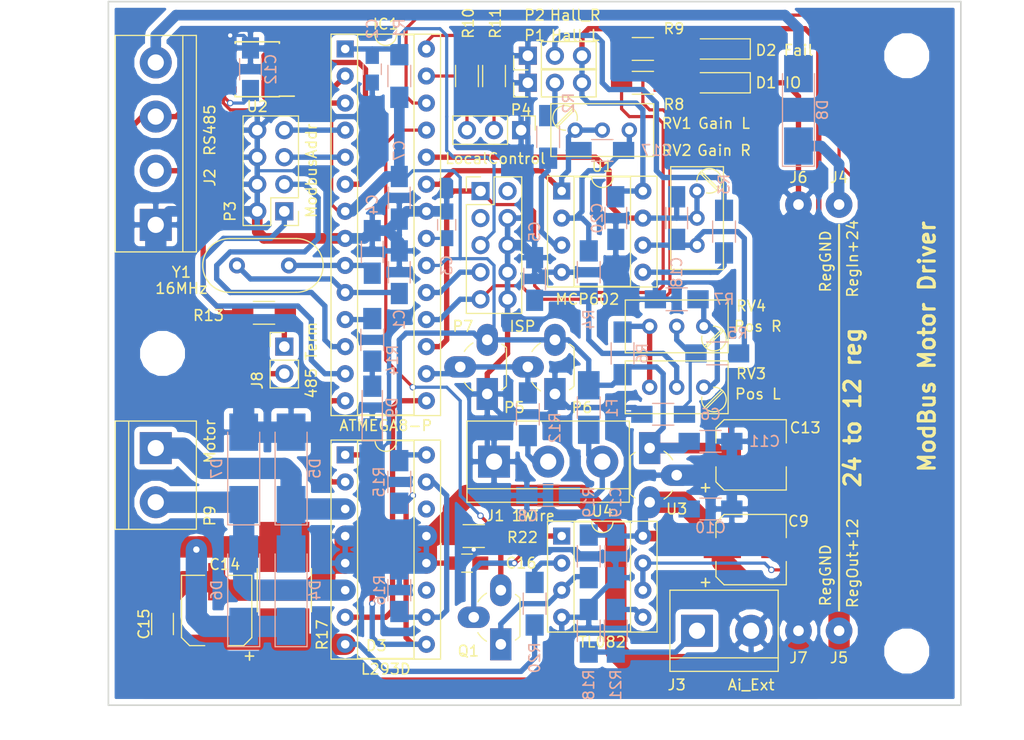
<source format=kicad_pcb>
(kicad_pcb (version 4) (host pcbnew 4.0.7)
  (layers (0 F.Cu signal) (31 B.Cu signal) (34 B.Paste user) (35 F.Paste user) (36 B.SilkS user) (37 F.SilkS user) (38 B.Mask user) (39 F.Mask user) (44 Edge.Cuts user))
  (net 0 "")
  (net 1 "Net-(C1-Pad1)")
  (net 2 GND)
  (net 3 /Reset)
  (net 4 "Net-(C3-Pad1)")
  (net 5 "Net-(C4-Pad1)")
  (net 6 "Net-(C5-Pad1)")
  (net 7 "Net-(C6-Pad1)")
  (net 8 +5V)
  (net 9 "Net-(C8-Pad1)")
  (net 10 +12V)
  (net 11 "Net-(C14-Pad1)")
  (net 12 /Ai_I_Sense)
  (net 13 /Ai_Hall_A)
  (net 14 "Net-(C17-Pad2)")
  (net 15 /Ai_Hall_B)
  (net 16 "Net-(C18-Pad2)")
  (net 17 "Net-(D1-Pad2)")
  (net 18 "Net-(D2-Pad2)")
  (net 19 "Net-(D3-Pad1)")
  (net 20 /OutA)
  (net 21 "Net-(D3-Pad10)")
  (net 22 "Net-(D3-Pad3)")
  (net 23 "Net-(D3-Pad6)")
  (net 24 /OutB)
  (net 25 /Rx)
  (net 26 /1Wire)
  (net 27 /Tx)
  (net 28 /IO_Led)
  (net 29 "Net-(IC1-Pad4)")
  (net 30 /Fail_Led)
  (net 31 "Net-(IC1-Pad5)")
  (net 32 /SCK)
  (net 33 /TxE)
  (net 34 "Net-(IC1-Pad11)")
  (net 35 "Net-(IC1-Pad12)")
  (net 36 /Ai_Ext)
  (net 37 "Net-(IC1-Pad13)")
  (net 38 /LocalOpen)
  (net 39 /LocalClose)
  (net 40 "Net-(J1-Pad2)")
  (net 41 "Net-(J2-Pad2)")
  (net 42 "Net-(J2-Pad3)")
  (net 43 +24V)
  (net 44 "Net-(J3-Pad1)")
  (net 45 "Net-(P1-Pad2)")
  (net 46 "Net-(P2-Pad2)")
  (net 47 "Net-(P4-Pad2)")
  (net 48 "Net-(P4-Pad3)")
  (net 49 "Net-(Q1-Pad2)")
  (net 50 "Net-(Q1-Pad1)")
  (net 51 "Net-(R2-Pad1)")
  (net 52 "Net-(R3-Pad1)")
  (net 53 "Net-(R6-Pad2)")
  (net 54 "Net-(R7-Pad1)")
  (net 55 "Net-(R20-Pad1)")
  (net 56 "Net-(R21-Pad1)")
  (net 57 "Net-(D8-Pad2)")
  (net 58 "Net-(J8-Pad1)")
  (net 59 "Net-(D9-Pad2)")
  (module Mounting_Holes:MountingHole_3.2mm_M3 (layer F.Cu) (at 157.48 58.42)
    (fp_text reference hole hide)
    (fp_text value "" hide)
    (pad 1 np_thru_hole circle (at 0 0) (size 3.2 3.2) (drill 3.2) (layers *.Cu *.Mask))
  )
  (module Mounting_Holes:MountingHole_3.2mm_M3 (layer F.Cu) (at 87.63 86.36)
    (fp_text reference hole hide)
    (fp_text value "" hide)
    (pad 1 np_thru_hole circle (at 0 0) (size 3.2 3.2) (drill 3.2) (layers *.Cu *.Mask))
  )
  (module Capacitors_SMD:C_1206_HandSoldering (layer B.Cu) (at 109.855 78.74 90)
    (fp_text reference C1 (at -4.445 0 90) (layer B.SilkS) (effects (justify mirror)))
    (fp_text value 18pF)
    (pad 1 smd rect (at -2 0 90) (size 2 1.6) (layers B.Cu B.Paste B.Mask) (net 1 "Net-(C1-Pad1)"))
    (pad 2 smd rect (at 2 0 90) (size 2 1.6) (layers B.Cu B.Paste B.Mask) (net 2 GND))
  )
  (module Capacitors_SMD:C_0805_HandSoldering (layer B.Cu) (at 107.315 59.69 270)
    (fp_text reference C2 (at -3.81 0 270) (layer B.SilkS) (effects (justify mirror)))
    (fp_text value 1,0)
    (pad 1 smd rect (at -1.25 0 270) (size 1.5 1.25) (layers B.Cu B.Paste B.Mask) (net 3 /Reset))
    (pad 2 smd rect (at 1.25 0 270) (size 1.5 1.25) (layers B.Cu B.Paste B.Mask) (net 2 GND))
  )
  (module Capacitors_SMD:C_0805_HandSoldering (layer B.Cu) (at 114.3 74.295 90)
    (fp_text reference C3 (at -3.81 0 90) (layer B.SilkS) (effects (justify mirror)))
    (fp_text value 1,0)
    (pad 1 smd rect (at -1.25 0 90) (size 1.5 1.25) (layers B.Cu B.Paste B.Mask) (net 4 "Net-(C3-Pad1)"))
    (pad 2 smd rect (at 1.25 0 90) (size 1.5 1.25) (layers B.Cu B.Paste B.Mask) (net 2 GND))
  )
  (module Capacitors_SMD:C_1206_HandSoldering (layer B.Cu) (at 107.315 76.835 90)
    (fp_text reference C4 (at 4.445 0 90) (layer B.SilkS) (effects (justify mirror)))
    (fp_text value 18pF)
    (pad 1 smd rect (at -2 0 90) (size 2 1.6) (layers B.Cu B.Paste B.Mask) (net 5 "Net-(C4-Pad1)"))
    (pad 2 smd rect (at 2 0 90) (size 2 1.6) (layers B.Cu B.Paste B.Mask) (net 2 GND))
  )
  (module Capacitors_SMD:C_1206_HandSoldering (layer B.Cu) (at 122.555 79.375 90)
    (fp_text reference C5 (at 4.445 0 90) (layer B.SilkS) (effects (justify mirror)))
    (fp_text value 0,1)
    (pad 1 smd rect (at -2 0 90) (size 2 1.6) (layers B.Cu B.Paste B.Mask) (net 6 "Net-(C5-Pad1)"))
    (pad 2 smd rect (at 2 0 90) (size 2 1.6) (layers B.Cu B.Paste B.Mask) (net 2 GND))
  )
  (module Capacitors_SMD:C_1206_HandSoldering (layer B.Cu) (at 134.62 92.075 180)
    (fp_text reference C6 (at -4.445 0 180) (layer B.SilkS) (effects (justify mirror)))
    (fp_text value 0,1)
    (pad 1 smd rect (at -2 0 180) (size 2 1.6) (layers B.Cu B.Paste B.Mask) (net 7 "Net-(C6-Pad1)"))
    (pad 2 smd rect (at 2 0 180) (size 2 1.6) (layers B.Cu B.Paste B.Mask) (net 2 GND))
  )
  (module Capacitors_SMD:C_1206_HandSoldering (layer B.Cu) (at 109.855 71.755 270)
    (fp_text reference C7 (at -4.445 0 270) (layer B.SilkS) (effects (justify mirror)))
    (fp_text value 0,1)
    (pad 1 smd rect (at -2 0 270) (size 2 1.6) (layers B.Cu B.Paste B.Mask) (net 8 +5V))
    (pad 2 smd rect (at 2 0 270) (size 2 1.6) (layers B.Cu B.Paste B.Mask) (net 2 GND))
  )
  (module Capacitors_SMD:C_1206_HandSoldering (layer B.Cu) (at 123.825 99.695 180)
    (fp_text reference C8 (at 1.905 -1.905 180) (layer B.SilkS) (effects (justify mirror)))
    (fp_text value 0,1)
    (pad 1 smd rect (at -2 0 180) (size 2 1.6) (layers B.Cu B.Paste B.Mask) (net 9 "Net-(C8-Pad1)"))
    (pad 2 smd rect (at 2 0 180) (size 2 1.6) (layers B.Cu B.Paste B.Mask) (net 2 GND))
  )
  (module Capacitors_SMD:CP_Elec_6.3x5.3 (layer F.Cu) (at 142.875 104.775)
    (fp_text reference C9 (at 4.445 -2.667) (layer F.SilkS))
    (fp_text value 220,0)
    (fp_text user + (at -4.28 3.01) (layer F.SilkS))
    (pad 1 smd rect (at -2.7 0 180) (size 3.5 1.6) (layers F.Cu F.Paste F.Mask) (net 10 +12V))
    (pad 2 smd rect (at 2.7 0 180) (size 3.5 1.6) (layers F.Cu F.Paste F.Mask) (net 2 GND))
  )
  (module Capacitors_SMD:C_1206_HandSoldering (layer B.Cu) (at 139.065 100.965)
    (fp_text reference C10 (at 0 1.75) (layer B.SilkS) (effects (justify mirror)))
    (fp_text value 0,1)
    (pad 1 smd rect (at -2 0) (size 2 1.6) (layers B.Cu B.Paste B.Mask) (net 10 +12V))
    (pad 2 smd rect (at 2 0) (size 2 1.6) (layers B.Cu B.Paste B.Mask) (net 2 GND))
  )
  (module Capacitors_SMD:C_1206_HandSoldering (layer B.Cu) (at 139.065 94.615 180)
    (fp_text reference C11 (at -5.08 0 180) (layer B.SilkS) (effects (justify mirror)))
    (fp_text value 0,1)
    (pad 1 smd rect (at -2 0 180) (size 2 1.6) (layers B.Cu B.Paste B.Mask) (net 2 GND))
    (pad 2 smd rect (at 2 0 180) (size 2 1.6) (layers B.Cu B.Paste B.Mask) (net 8 +5V))
  )
  (module Capacitors_SMD:C_1206_HandSoldering (layer B.Cu) (at 95.885 59.69 90)
    (fp_text reference C12 (at 0 1.905 90) (layer B.SilkS) (effects (justify mirror)))
    (fp_text value 0,1)
    (pad 1 smd rect (at -2 0 90) (size 2 1.6) (layers B.Cu B.Paste B.Mask) (net 8 +5V))
    (pad 2 smd rect (at 2 0 90) (size 2 1.6) (layers B.Cu B.Paste B.Mask) (net 2 GND))
  )
  (module Capacitors_SMD:CP_Elec_6.3x5.3 (layer F.Cu) (at 142.875 95.885)
    (fp_text reference C13 (at 5.08 -2.54) (layer F.SilkS))
    (fp_text value 22,0)
    (fp_text user + (at -4.28 3.01) (layer F.SilkS))
    (pad 1 smd rect (at -2.7 0 180) (size 3.5 1.6) (layers F.Cu F.Paste F.Mask) (net 8 +5V))
    (pad 2 smd rect (at 2.7 0 180) (size 3.5 1.6) (layers F.Cu F.Paste F.Mask) (net 2 GND))
  )
  (module Capacitors_SMD:CP_Elec_6.3x5.3 (layer F.Cu) (at 92.71 110.49 90)
    (fp_text reference C14 (at 4.318 0.762 180) (layer F.SilkS))
    (fp_text value 47,0)
    (fp_text user + (at -4.28 3.01 90) (layer F.SilkS))
    (pad 1 smd rect (at -2.7 0 270) (size 3.5 1.6) (layers F.Cu F.Paste F.Mask) (net 11 "Net-(C14-Pad1)"))
    (pad 2 smd rect (at 2.7 0 270) (size 3.5 1.6) (layers F.Cu F.Paste F.Mask) (net 2 GND))
  )
  (module Capacitors_SMD:C_1206_HandSoldering (layer F.Cu) (at 87.63 111.76 90)
    (fp_text reference C15 (at 0 -1.75 90) (layer F.SilkS))
    (fp_text value 0,1)
    (pad 1 smd rect (at -2 0 90) (size 2 1.6) (layers F.Cu F.Paste F.Mask) (net 11 "Net-(C14-Pad1)"))
    (pad 2 smd rect (at 2 0 90) (size 2 1.6) (layers F.Cu F.Paste F.Mask) (net 2 GND))
  )
  (module Capacitors_SMD:C_0805_HandSoldering (layer F.Cu) (at 116.205 106.045 180)
    (fp_text reference C16 (at -5.08 0 180) (layer F.SilkS))
    (fp_text value 1,0)
    (pad 1 smd rect (at -1.25 0 180) (size 1.5 1.25) (layers F.Cu F.Paste F.Mask) (net 12 /Ai_I_Sense))
    (pad 2 smd rect (at 1.25 0 180) (size 1.5 1.25) (layers F.Cu F.Paste F.Mask) (net 2 GND))
  )
  (module Capacitors_SMD:C_1206_HandSoldering (layer B.Cu) (at 128.905 67.31)
    (fp_text reference C17 (at 5.08 0) (layer B.SilkS) (effects (justify mirror)))
    (fp_text value 0,01)
    (pad 1 smd rect (at -2 0) (size 2 1.6) (layers B.Cu B.Paste B.Mask) (net 13 /Ai_Hall_A))
    (pad 2 smd rect (at 2 0) (size 2 1.6) (layers B.Cu B.Paste B.Mask) (net 14 "Net-(C17-Pad2)"))
  )
  (module Capacitors_SMD:C_1206_HandSoldering (layer B.Cu) (at 135.89 73.66 270)
    (fp_text reference C18 (at 5.08 0 270) (layer B.SilkS) (effects (justify mirror)))
    (fp_text value 0,01)
    (pad 1 smd rect (at -2 0 270) (size 2 1.6) (layers B.Cu B.Paste B.Mask) (net 15 /Ai_Hall_B))
    (pad 2 smd rect (at 2 0 270) (size 2 1.6) (layers B.Cu B.Paste B.Mask) (net 16 "Net-(C18-Pad2)"))
  )
  (module LEDs:LED_1206_HandSoldering (layer F.Cu) (at 139.7 60.96 180)
    (fp_text reference D1 (at -4.572 0 180) (layer F.SilkS))
    (fp_text value IO (at -7.112 0 180) (layer F.SilkS))
    (pad 1 smd rect (at -2 0 180) (size 2 1.7) (layers F.Cu F.Paste F.Mask) (net 2 GND))
    (pad 2 smd rect (at 2 0 180) (size 2 1.7) (layers F.Cu F.Paste F.Mask) (net 17 "Net-(D1-Pad2)"))
  )
  (module LEDs:LED_1206_HandSoldering (layer F.Cu) (at 139.7 57.785 180)
    (fp_text reference D2 (at -4.572 -0.127 180) (layer F.SilkS))
    (fp_text value Fail (at -7.62 -0.127 180) (layer F.SilkS))
    (pad 1 smd rect (at -2 0 180) (size 2 1.7) (layers F.Cu F.Paste F.Mask) (net 2 GND))
    (pad 2 smd rect (at 2 0 180) (size 2 1.7) (layers F.Cu F.Paste F.Mask) (net 18 "Net-(D2-Pad2)"))
  )
  (module Housings_DIP:DIP-16_W7.62mm_Socket (layer F.Cu) (at 104.775 95.885)
    (fp_text reference D3 (at 2.921 17.907) (layer F.SilkS))
    (fp_text value L293D (at 3.81 20.11) (layer F.SilkS))
    (pad 1 thru_hole rect (at 0 0) (size 1.6 1.6) (drill 0.8) (layers *.Cu *.Mask) (net 19 "Net-(D3-Pad1)"))
    (pad 9 thru_hole oval (at 7.62 17.78) (size 1.6 1.6) (drill 0.8) (layers *.Cu *.Mask) (net 19 "Net-(D3-Pad1)"))
    (pad 2 thru_hole oval (at 0 2.54) (size 1.6 1.6) (drill 0.8) (layers *.Cu *.Mask) (net 20 /OutA))
    (pad 10 thru_hole oval (at 7.62 15.24) (size 1.6 1.6) (drill 0.8) (layers *.Cu *.Mask) (net 21 "Net-(D3-Pad10)"))
    (pad 3 thru_hole oval (at 0 5.08) (size 1.6 1.6) (drill 0.8) (layers *.Cu *.Mask) (net 22 "Net-(D3-Pad3)"))
    (pad 11 thru_hole oval (at 7.62 12.7) (size 1.6 1.6) (drill 0.8) (layers *.Cu *.Mask))
    (pad 4 thru_hole oval (at 0 7.62) (size 1.6 1.6) (drill 0.8) (layers *.Cu *.Mask) (net 2 GND))
    (pad 12 thru_hole oval (at 7.62 10.16) (size 1.6 1.6) (drill 0.8) (layers *.Cu *.Mask) (net 2 GND))
    (pad 5 thru_hole oval (at 0 10.16) (size 1.6 1.6) (drill 0.8) (layers *.Cu *.Mask) (net 2 GND))
    (pad 13 thru_hole oval (at 7.62 7.62) (size 1.6 1.6) (drill 0.8) (layers *.Cu *.Mask) (net 2 GND))
    (pad 6 thru_hole oval (at 0 12.7) (size 1.6 1.6) (drill 0.8) (layers *.Cu *.Mask) (net 23 "Net-(D3-Pad6)"))
    (pad 14 thru_hole oval (at 7.62 5.08) (size 1.6 1.6) (drill 0.8) (layers *.Cu *.Mask))
    (pad 7 thru_hole oval (at 0 15.24) (size 1.6 1.6) (drill 0.8) (layers *.Cu *.Mask) (net 24 /OutB))
    (pad 15 thru_hole oval (at 7.62 2.54) (size 1.6 1.6) (drill 0.8) (layers *.Cu *.Mask) (net 21 "Net-(D3-Pad10)"))
    (pad 8 thru_hole oval (at 0 17.78) (size 1.6 1.6) (drill 0.8) (layers *.Cu *.Mask) (net 11 "Net-(C14-Pad1)"))
    (pad 16 thru_hole oval (at 7.62 0) (size 1.6 1.6) (drill 0.8) (layers *.Cu *.Mask) (net 8 +5V))
  )
  (module Diodes_SMD:D_MELF_Handsoldering (layer B.Cu) (at 99.695 108.585 90)
    (fp_text reference D4 (at 0 2.25 90) (layer B.SilkS) (effects (justify mirror)))
    (fp_text value SS34)
    (pad 1 smd rect (at -3.4 0 90) (size 3.5 2.7) (layers B.Cu B.Paste B.Mask) (net 10 +12V))
    (pad 2 smd rect (at 3.4 0 90) (size 3.5 2.7) (layers B.Cu B.Paste B.Mask) (net 22 "Net-(D3-Pad3)"))
  )
  (module Diodes_SMD:D_MELF_Handsoldering (layer B.Cu) (at 99.695 97.155 90)
    (fp_text reference D5 (at 0 2.25 90) (layer B.SilkS) (effects (justify mirror)))
    (fp_text value SS34)
    (pad 1 smd rect (at -3.4 0 90) (size 3.5 2.7) (layers B.Cu B.Paste B.Mask) (net 22 "Net-(D3-Pad3)"))
    (pad 2 smd rect (at 3.4 0 90) (size 3.5 2.7) (layers B.Cu B.Paste B.Mask) (net 2 GND))
  )
  (module Diodes_SMD:D_MELF_Handsoldering (layer B.Cu) (at 95.25 108.585 90)
    (fp_text reference D6 (at 0 -2.54 90) (layer B.SilkS) (effects (justify mirror)))
    (fp_text value SS34)
    (pad 1 smd rect (at -3.4 0 90) (size 3.5 2.7) (layers B.Cu B.Paste B.Mask) (net 10 +12V))
    (pad 2 smd rect (at 3.4 0 90) (size 3.5 2.7) (layers B.Cu B.Paste B.Mask) (net 23 "Net-(D3-Pad6)"))
  )
  (module Diodes_SMD:D_MELF_Handsoldering (layer B.Cu) (at 95.25 97.155 90)
    (fp_text reference D7 (at 0 -2.54 90) (layer B.SilkS) (effects (justify mirror)))
    (fp_text value SS34)
    (pad 1 smd rect (at -3.4 0 90) (size 3.5 2.7) (layers B.Cu B.Paste B.Mask) (net 23 "Net-(D3-Pad6)"))
    (pad 2 smd rect (at 3.4 0 90) (size 3.5 2.7) (layers B.Cu B.Paste B.Mask) (net 2 GND))
  )
  (module Fuse_Holders_and_Fuses:Fuse_SMD1206_HandSoldering (layer B.Cu) (at 127.635 91.44 90)
    (fp_text reference F1 (at -0.05 2.2 90) (layer B.SilkS) (effects (justify mirror)))
    (fp_text value 0,1a)
    (pad 1 smd rect (at -2.09 0) (size 2.03 2.65) (layers B.Cu B.Paste B.Mask) (net 9 "Net-(C8-Pad1)"))
    (pad 2 smd rect (at 2.09 0) (size 2.03 2.65) (layers B.Cu B.Paste B.Mask) (net 8 +5V))
  )
  (module Housings_DIP:DIP-28_W7.62mm_Socket (layer F.Cu) (at 104.775 57.785)
    (fp_text reference IC1 (at 3.81 -2.33) (layer F.SilkS))
    (fp_text value ATMEGA8-P (at 3.81 35.35) (layer F.SilkS))
    (pad 1 thru_hole rect (at 0 0) (size 1.6 1.6) (drill 0.8) (layers *.Cu *.Mask) (net 3 /Reset))
    (pad 15 thru_hole oval (at 7.62 33.02) (size 1.6 1.6) (drill 0.8) (layers *.Cu *.Mask) (net 24 /OutB))
    (pad 2 thru_hole oval (at 0 2.54) (size 1.6 1.6) (drill 0.8) (layers *.Cu *.Mask) (net 25 /Rx))
    (pad 16 thru_hole oval (at 7.62 30.48) (size 1.6 1.6) (drill 0.8) (layers *.Cu *.Mask) (net 26 /1Wire))
    (pad 3 thru_hole oval (at 0 5.08) (size 1.6 1.6) (drill 0.8) (layers *.Cu *.Mask) (net 27 /Tx))
    (pad 17 thru_hole oval (at 7.62 27.94) (size 1.6 1.6) (drill 0.8) (layers *.Cu *.Mask) (net 28 /IO_Led))
    (pad 4 thru_hole oval (at 0 7.62) (size 1.6 1.6) (drill 0.8) (layers *.Cu *.Mask) (net 29 "Net-(IC1-Pad4)"))
    (pad 18 thru_hole oval (at 7.62 25.4) (size 1.6 1.6) (drill 0.8) (layers *.Cu *.Mask) (net 30 /Fail_Led))
    (pad 5 thru_hole oval (at 0 10.16) (size 1.6 1.6) (drill 0.8) (layers *.Cu *.Mask) (net 31 "Net-(IC1-Pad5)"))
    (pad 19 thru_hole oval (at 7.62 22.86) (size 1.6 1.6) (drill 0.8) (layers *.Cu *.Mask) (net 32 /SCK))
    (pad 6 thru_hole oval (at 0 12.7) (size 1.6 1.6) (drill 0.8) (layers *.Cu *.Mask) (net 33 /TxE))
    (pad 20 thru_hole oval (at 7.62 20.32) (size 1.6 1.6) (drill 0.8) (layers *.Cu *.Mask) (net 8 +5V))
    (pad 7 thru_hole oval (at 0 15.24) (size 1.6 1.6) (drill 0.8) (layers *.Cu *.Mask) (net 8 +5V))
    (pad 21 thru_hole oval (at 7.62 17.78) (size 1.6 1.6) (drill 0.8) (layers *.Cu *.Mask) (net 4 "Net-(C3-Pad1)"))
    (pad 8 thru_hole oval (at 0 17.78) (size 1.6 1.6) (drill 0.8) (layers *.Cu *.Mask) (net 2 GND))
    (pad 22 thru_hole oval (at 7.62 15.24) (size 1.6 1.6) (drill 0.8) (layers *.Cu *.Mask) (net 2 GND))
    (pad 9 thru_hole oval (at 0 20.32) (size 1.6 1.6) (drill 0.8) (layers *.Cu *.Mask) (net 5 "Net-(C4-Pad1)"))
    (pad 23 thru_hole oval (at 7.62 12.7) (size 1.6 1.6) (drill 0.8) (layers *.Cu *.Mask) (net 13 /Ai_Hall_A))
    (pad 10 thru_hole oval (at 0 22.86) (size 1.6 1.6) (drill 0.8) (layers *.Cu *.Mask) (net 1 "Net-(C1-Pad1)"))
    (pad 24 thru_hole oval (at 7.62 10.16) (size 1.6 1.6) (drill 0.8) (layers *.Cu *.Mask) (net 15 /Ai_Hall_B))
    (pad 11 thru_hole oval (at 0 25.4) (size 1.6 1.6) (drill 0.8) (layers *.Cu *.Mask) (net 34 "Net-(IC1-Pad11)"))
    (pad 25 thru_hole oval (at 7.62 7.62) (size 1.6 1.6) (drill 0.8) (layers *.Cu *.Mask) (net 12 /Ai_I_Sense))
    (pad 12 thru_hole oval (at 0 27.94) (size 1.6 1.6) (drill 0.8) (layers *.Cu *.Mask) (net 35 "Net-(IC1-Pad12)"))
    (pad 26 thru_hole oval (at 7.62 5.08) (size 1.6 1.6) (drill 0.8) (layers *.Cu *.Mask) (net 36 /Ai_Ext))
    (pad 13 thru_hole oval (at 0 30.48) (size 1.6 1.6) (drill 0.8) (layers *.Cu *.Mask) (net 37 "Net-(IC1-Pad13)"))
    (pad 27 thru_hole oval (at 7.62 2.54) (size 1.6 1.6) (drill 0.8) (layers *.Cu *.Mask) (net 38 /LocalOpen))
    (pad 14 thru_hole oval (at 0 33.02) (size 1.6 1.6) (drill 0.8) (layers *.Cu *.Mask) (net 20 /OutA))
    (pad 28 thru_hole oval (at 7.62 0) (size 1.6 1.6) (drill 0.8) (layers *.Cu *.Mask) (net 39 /LocalClose))
  )
  (module Connectors_Terminal_Blocks:TerminalBlock_bornier-3_P5.08mm (layer F.Cu) (at 118.745 96.52)
    (fp_text reference J1 (at 0.127 5.08) (layer F.SilkS))
    (fp_text value 1Wire (at 3.683 5.08) (layer F.SilkS))
    (pad 1 thru_hole rect (at 0 0) (size 3 3) (drill 1.52) (layers *.Cu *.Mask) (net 2 GND))
    (pad 2 thru_hole circle (at 5.08 0) (size 3 3) (drill 1.52) (layers *.Cu *.Mask) (net 40 "Net-(J1-Pad2)"))
    (pad 3 thru_hole circle (at 10.16 0) (size 3 3) (drill 1.52) (layers *.Cu *.Mask) (net 9 "Net-(C8-Pad1)"))
  )
  (module Connectors_Terminal_Blocks:TerminalBlock_bornier-4_P5.08mm (layer F.Cu) (at 86.995 74.295 90)
    (fp_text reference J2 (at 4.445 5.08 90) (layer F.SilkS))
    (fp_text value RS485 (at 8.89 5.08 90) (layer F.SilkS))
    (pad 2 thru_hole circle (at 5.08 0 90) (size 3 3) (drill 1.52) (layers *.Cu *.Mask) (net 41 "Net-(J2-Pad2)"))
    (pad 3 thru_hole circle (at 10.16 0 90) (size 3 3) (drill 1.52) (layers *.Cu *.Mask) (net 42 "Net-(J2-Pad3)"))
    (pad 1 thru_hole rect (at 0 0 90) (size 3 3) (drill 1.52) (layers *.Cu *.Mask) (net 2 GND))
    (pad 4 thru_hole circle (at 15.24 0 90) (size 3 3) (drill 1.52) (layers *.Cu *.Mask) (net 57 "Net-(D8-Pad2)"))
  )
  (module Connectors_Terminal_Blocks:TerminalBlock_bornier-2_P5.08mm (layer F.Cu) (at 137.795 112.395)
    (fp_text reference J3 (at -1.905 5.08) (layer F.SilkS))
    (fp_text value Ai_Ext (at 5.08 5.08) (layer F.SilkS))
    (pad 1 thru_hole rect (at 0 0) (size 3 3) (drill 1.52) (layers *.Cu *.Mask) (net 44 "Net-(J3-Pad1)"))
    (pad 2 thru_hole circle (at 5.08 0) (size 3 3) (drill 1.52) (layers *.Cu *.Mask) (net 2 GND))
  )
  (module Wire_Pads:SolderWirePad_single_1mmDrill (layer F.Cu) (at 151.13 72.39)
    (fp_text reference J4 (at 0 -2.54) (layer F.SilkS))
    (fp_text value RegIn+24 (at 1.27 5.08 90) (layer F.SilkS))
    (pad 1 thru_hole circle (at 0 0) (size 2.49936 2.49936) (drill 1.00076) (layers *.Cu *.Mask) (net 43 +24V))
  )
  (module Wire_Pads:SolderWirePad_single_1mmDrill (layer F.Cu) (at 151.13 112.395)
    (fp_text reference J5 (at 0 2.54) (layer F.SilkS))
    (fp_text value RegOut+12 (at 1.27 -6.35 90) (layer F.SilkS))
    (pad 1 thru_hole circle (at 0 0) (size 2.49936 2.49936) (drill 1.00076) (layers *.Cu *.Mask) (net 10 +12V))
  )
  (module Wire_Pads:SolderWirePad_single_1mmDrill (layer F.Cu) (at 147.32 72.39)
    (fp_text reference J6 (at 0 -2.54) (layer F.SilkS))
    (fp_text value RegGND (at 2.54 5.334 90) (layer F.SilkS))
    (pad 1 thru_hole circle (at 0 0) (size 2.49936 2.49936) (drill 1.00076) (layers *.Cu *.Mask) (net 2 GND))
  )
  (module Wire_Pads:SolderWirePad_single_1mmDrill (layer F.Cu) (at 147.32 112.395)
    (fp_text reference J7 (at 0 2.54) (layer F.SilkS))
    (fp_text value RegGND (at 2.54 -5.207 90) (layer F.SilkS))
    (pad 1 thru_hole circle (at 0 0) (size 2.49936 2.49936) (drill 1.00076) (layers *.Cu *.Mask) (net 2 GND))
  )
  (module Pin_Headers:Pin_Header_Straight_1x03_Pitch2.54mm (layer F.Cu) (at 121.92 60.96 90)
    (fp_text reference P1 (at 4.445 0.635 180) (layer F.SilkS))
    (fp_text value Hall_L (at 4.445 4.445 180) (layer F.SilkS))
    (pad 1 thru_hole rect (at 0 0 90) (size 1.7 1.7) (drill 1) (layers *.Cu *.Mask) (net 2 GND))
    (pad 2 thru_hole oval (at 0 2.54 90) (size 1.7 1.7) (drill 1) (layers *.Cu *.Mask) (net 45 "Net-(P1-Pad2)"))
    (pad 3 thru_hole oval (at 0 5.08 90) (size 1.7 1.7) (drill 1) (layers *.Cu *.Mask) (net 8 +5V))
  )
  (module Pin_Headers:Pin_Header_Straight_1x03_Pitch2.54mm (layer F.Cu) (at 121.92 58.42 90)
    (fp_text reference P2 (at 3.81 0.635 180) (layer F.SilkS))
    (fp_text value Hall_R (at 3.81 4.445 180) (layer F.SilkS))
    (pad 1 thru_hole rect (at 0 0 90) (size 1.7 1.7) (drill 1) (layers *.Cu *.Mask) (net 2 GND))
    (pad 2 thru_hole oval (at 0 2.54 90) (size 1.7 1.7) (drill 1) (layers *.Cu *.Mask) (net 46 "Net-(P2-Pad2)"))
    (pad 3 thru_hole oval (at 0 5.08 90) (size 1.7 1.7) (drill 1) (layers *.Cu *.Mask) (net 8 +5V))
  )
  (module Pin_Headers:Pin_Header_Straight_2x04_Pitch2.54mm (layer F.Cu) (at 99.06 73.025 180)
    (fp_text reference P3 (at 5.08 0 270) (layer F.SilkS))
    (fp_text value ModbusAddr (at -2.54 3.81 270) (layer F.SilkS))
    (pad 1 thru_hole rect (at 0 0 180) (size 1.7 1.7) (drill 1) (layers *.Cu *.Mask) (net 37 "Net-(IC1-Pad13)"))
    (pad 2 thru_hole oval (at 2.54 0 180) (size 1.7 1.7) (drill 1) (layers *.Cu *.Mask) (net 2 GND))
    (pad 3 thru_hole oval (at 0 2.54 180) (size 1.7 1.7) (drill 1) (layers *.Cu *.Mask) (net 35 "Net-(IC1-Pad12)"))
    (pad 4 thru_hole oval (at 2.54 2.54 180) (size 1.7 1.7) (drill 1) (layers *.Cu *.Mask) (net 2 GND))
    (pad 5 thru_hole oval (at 0 5.08 180) (size 1.7 1.7) (drill 1) (layers *.Cu *.Mask) (net 31 "Net-(IC1-Pad5)"))
    (pad 6 thru_hole oval (at 2.54 5.08 180) (size 1.7 1.7) (drill 1) (layers *.Cu *.Mask) (net 2 GND))
    (pad 7 thru_hole oval (at 0 7.62 180) (size 1.7 1.7) (drill 1) (layers *.Cu *.Mask) (net 29 "Net-(IC1-Pad4)"))
    (pad 8 thru_hole oval (at 2.54 7.62 180) (size 1.7 1.7) (drill 1) (layers *.Cu *.Mask) (net 2 GND))
  )
  (module Pin_Headers:Pin_Header_Straight_1x03_Pitch2.54mm (layer F.Cu) (at 121.285 65.405 270)
    (fp_text reference P4 (at -1.905 0 360) (layer F.SilkS))
    (fp_text value LocalControl (at 2.667 2.413 360) (layer F.SilkS))
    (pad 1 thru_hole rect (at 0 0 270) (size 1.7 1.7) (drill 1) (layers *.Cu *.Mask) (net 2 GND))
    (pad 2 thru_hole oval (at 0 2.54 270) (size 1.7 1.7) (drill 1) (layers *.Cu *.Mask) (net 47 "Net-(P4-Pad2)"))
    (pad 3 thru_hole oval (at 0 5.08 270) (size 1.7 1.7) (drill 1) (layers *.Cu *.Mask) (net 48 "Net-(P4-Pad3)"))
  )
  (module TO_SOT_Packages_THT:TO-92_Rugged (layer F.Cu) (at 118.11 90.17 90)
    (fp_text reference P5 (at -1.27 2.54 180) (layer F.SilkS))
    (fp_text value DS2401)
    (pad 2 thru_hole oval (at 2.54 -2.54 180) (size 3 2) (drill 1) (layers *.Cu *.Mask) (net 26 /1Wire))
    (pad 1 thru_hole rect (at 0 0 180) (size 2 3) (drill 1) (layers *.Cu *.Mask) (net 2 GND))
    (pad 3 thru_hole oval (at 5.08 0 180) (size 2 3) (drill 1) (layers *.Cu *.Mask) (net 8 +5V))
  )
  (module TO_SOT_Packages_THT:TO-92_Rugged (layer F.Cu) (at 124.46 90.17 90)
    (fp_text reference P6 (at -1.27 2.54 180) (layer F.SilkS))
    (fp_text value DS18B20)
    (pad 2 thru_hole oval (at 2.54 -2.54 180) (size 3 2) (drill 1) (layers *.Cu *.Mask) (net 26 /1Wire))
    (pad 1 thru_hole rect (at 0 0 180) (size 2 3) (drill 1) (layers *.Cu *.Mask) (net 2 GND))
    (pad 3 thru_hole oval (at 5.08 0 180) (size 2 3) (drill 1) (layers *.Cu *.Mask) (net 8 +5V))
  )
  (module Pin_Headers:Pin_Header_Straight_2x05_Pitch2.54mm (layer F.Cu) (at 117.475 71.12)
    (fp_text reference P7 (at -1.651 12.7) (layer F.SilkS))
    (fp_text value ISP (at 3.937 12.7) (layer F.SilkS))
    (pad 1 thru_hole rect (at 0 0) (size 1.7 1.7) (drill 1) (layers *.Cu *.Mask) (net 28 /IO_Led))
    (pad 2 thru_hole oval (at 2.54 0) (size 1.7 1.7) (drill 1) (layers *.Cu *.Mask))
    (pad 3 thru_hole oval (at 0 2.54) (size 1.7 1.7) (drill 1) (layers *.Cu *.Mask))
    (pad 4 thru_hole oval (at 2.54 2.54) (size 1.7 1.7) (drill 1) (layers *.Cu *.Mask) (net 2 GND))
    (pad 5 thru_hole oval (at 0 5.08) (size 1.7 1.7) (drill 1) (layers *.Cu *.Mask) (net 3 /Reset))
    (pad 6 thru_hole oval (at 2.54 5.08) (size 1.7 1.7) (drill 1) (layers *.Cu *.Mask) (net 2 GND))
    (pad 7 thru_hole oval (at 0 7.62) (size 1.7 1.7) (drill 1) (layers *.Cu *.Mask) (net 32 /SCK))
    (pad 8 thru_hole oval (at 2.54 7.62) (size 1.7 1.7) (drill 1) (layers *.Cu *.Mask) (net 2 GND))
    (pad 9 thru_hole oval (at 0 10.16) (size 1.7 1.7) (drill 1) (layers *.Cu *.Mask) (net 30 /Fail_Led))
    (pad 10 thru_hole oval (at 2.54 10.16) (size 1.7 1.7) (drill 1) (layers *.Cu *.Mask) (net 2 GND))
  )
  (module TO_SOT_Packages_THT:TO-92_Rugged (layer F.Cu) (at 119.38 113.665 90)
    (fp_text reference Q1 (at -0.635 -3.048 180) (layer F.SilkS))
    (fp_text value 2N3904)
    (pad 2 thru_hole oval (at 2.54 -2.54 180) (size 3 2) (drill 1) (layers *.Cu *.Mask) (net 49 "Net-(Q1-Pad2)"))
    (pad 1 thru_hole rect (at 0 0 180) (size 2 3) (drill 1) (layers *.Cu *.Mask) (net 50 "Net-(Q1-Pad1)"))
    (pad 3 thru_hole oval (at 5.08 0 180) (size 2 3) (drill 1) (layers *.Cu *.Mask) (net 12 /Ai_I_Sense))
  )
  (module Resistors_SMD:R_1206_HandSoldering (layer B.Cu) (at 109.855 60.325 90)
    (fp_text reference R1 (at 4.445 0 90) (layer B.SilkS) (effects (justify mirror)))
    (fp_text value 1k)
    (pad 1 smd rect (at -2 0 90) (size 2 1.7) (layers B.Cu B.Paste B.Mask) (net 8 +5V))
    (pad 2 smd rect (at 2 0 90) (size 2 1.7) (layers B.Cu B.Paste B.Mask) (net 3 /Reset))
  )
  (module Resistors_SMD:R_1206_HandSoldering (layer B.Cu) (at 123.825 66.04 90)
    (fp_text reference R2 (at 3.175 1.905 90) (layer B.SilkS) (effects (justify mirror)))
    (fp_text value 10k)
    (pad 1 smd rect (at -2 0 90) (size 2 1.7) (layers B.Cu B.Paste B.Mask) (net 51 "Net-(R2-Pad1)"))
    (pad 2 smd rect (at 2 0 90) (size 2 1.7) (layers B.Cu B.Paste B.Mask) (net 45 "Net-(P1-Pad2)"))
  )
  (module Resistors_SMD:R_1206_HandSoldering (layer B.Cu) (at 140.335 74.93 90)
    (fp_text reference R3 (at 4.445 0 90) (layer B.SilkS) (effects (justify mirror)))
    (fp_text value 10k)
    (pad 1 smd rect (at -2 0 90) (size 2 1.7) (layers B.Cu B.Paste B.Mask) (net 52 "Net-(R3-Pad1)"))
    (pad 2 smd rect (at 2 0 90) (size 2 1.7) (layers B.Cu B.Paste B.Mask) (net 46 "Net-(P2-Pad2)"))
  )
  (module Resistors_SMD:R_1206_HandSoldering (layer B.Cu) (at 127.635 78.74 270)
    (fp_text reference R4 (at 4.445 0 270) (layer B.SilkS) (effects (justify mirror)))
    (fp_text value 22k)
    (pad 1 smd rect (at -2 0 270) (size 2 1.7) (layers B.Cu B.Paste B.Mask) (net 14 "Net-(C17-Pad2)"))
    (pad 2 smd rect (at 2 0 270) (size 2 1.7) (layers B.Cu B.Paste B.Mask) (net 6 "Net-(C5-Pad1)"))
  )
  (module Resistors_SMD:R_1206_HandSoldering (layer B.Cu) (at 139.7 86.36 180)
    (fp_text reference R5 (at -1.905 1.905 180) (layer B.SilkS) (effects (justify mirror)))
    (fp_text value 22k)
    (pad 1 smd rect (at -2 0 180) (size 2 1.7) (layers B.Cu B.Paste B.Mask) (net 16 "Net-(C18-Pad2)"))
    (pad 2 smd rect (at 2 0 180) (size 2 1.7) (layers B.Cu B.Paste B.Mask) (net 7 "Net-(C6-Pad1)"))
  )
  (module Resistors_SMD:R_1206_HandSoldering (layer B.Cu) (at 130.81 86.36 90)
    (fp_text reference R6 (at 0 1.85 90) (layer B.SilkS) (effects (justify mirror)))
    (fp_text value 1k)
    (pad 1 smd rect (at -2 0 90) (size 2 1.7) (layers B.Cu B.Paste B.Mask) (net 8 +5V))
    (pad 2 smd rect (at 2 0 90) (size 2 1.7) (layers B.Cu B.Paste B.Mask) (net 53 "Net-(R6-Pad2)"))
  )
  (module Resistors_SMD:R_1206_HandSoldering (layer B.Cu) (at 135.89 81.28 180)
    (fp_text reference R7 (at -4.445 0 180) (layer B.SilkS) (effects (justify mirror)))
    (fp_text value 1k)
    (pad 1 smd rect (at -2 0 180) (size 2 1.7) (layers B.Cu B.Paste B.Mask) (net 54 "Net-(R7-Pad1)"))
    (pad 2 smd rect (at 2 0 180) (size 2 1.7) (layers B.Cu B.Paste B.Mask) (net 2 GND))
  )
  (module Resistors_SMD:R_1206_HandSoldering (layer F.Cu) (at 132.715 60.96 180)
    (fp_text reference R8 (at -2.921 -2.032 180) (layer F.SilkS))
    (fp_text value 2,2k)
    (pad 1 smd rect (at -2 0 180) (size 2 1.7) (layers F.Cu F.Paste F.Mask) (net 17 "Net-(D1-Pad2)"))
    (pad 2 smd rect (at 2 0 180) (size 2 1.7) (layers F.Cu F.Paste F.Mask) (net 28 /IO_Led))
  )
  (module Resistors_SMD:R_1206_HandSoldering (layer F.Cu) (at 132.715 57.785 180)
    (fp_text reference R9 (at -2.921 1.905 180) (layer F.SilkS))
    (fp_text value 2,2k)
    (pad 1 smd rect (at -2 0 180) (size 2 1.7) (layers F.Cu F.Paste F.Mask) (net 18 "Net-(D2-Pad2)"))
    (pad 2 smd rect (at 2 0 180) (size 2 1.7) (layers F.Cu F.Paste F.Mask) (net 30 /Fail_Led))
  )
  (module Resistors_SMD:R_1206_HandSoldering (layer F.Cu) (at 116.205 60.325 90)
    (fp_text reference R10 (at 4.953 0.127 90) (layer F.SilkS))
    (fp_text value 1k)
    (pad 1 smd rect (at -2 0 90) (size 2 1.7) (layers F.Cu F.Paste F.Mask) (net 48 "Net-(P4-Pad3)"))
    (pad 2 smd rect (at 2 0 90) (size 2 1.7) (layers F.Cu F.Paste F.Mask) (net 38 /LocalOpen))
  )
  (module Resistors_SMD:R_1206_HandSoldering (layer F.Cu) (at 118.745 60.325 90)
    (fp_text reference R11 (at 4.953 0.127 90) (layer F.SilkS))
    (fp_text value 1k)
    (pad 1 smd rect (at -2 0 90) (size 2 1.7) (layers F.Cu F.Paste F.Mask) (net 47 "Net-(P4-Pad2)"))
    (pad 2 smd rect (at 2 0 90) (size 2 1.7) (layers F.Cu F.Paste F.Mask) (net 39 /LocalClose))
  )
  (module Resistors_SMD:R_1206_HandSoldering (layer B.Cu) (at 121.92 92.075 90)
    (fp_text reference R12 (at -1.27 2.54 90) (layer B.SilkS) (effects (justify mirror)))
    (fp_text value 100)
    (pad 1 smd rect (at -2 0 90) (size 2 1.7) (layers B.Cu B.Paste B.Mask) (net 40 "Net-(J1-Pad2)"))
    (pad 2 smd rect (at 2 0 90) (size 2 1.7) (layers B.Cu B.Paste B.Mask) (net 26 /1Wire))
  )
  (module Resistors_SMD:R_1206_HandSoldering (layer B.Cu) (at 109.855 98.425 90)
    (fp_text reference R15 (at 0 -1.905 90) (layer B.SilkS) (effects (justify mirror)))
    (fp_text value 10k)
    (pad 1 smd rect (at -2 0 90) (size 2 1.7) (layers B.Cu B.Paste B.Mask) (net 19 "Net-(D3-Pad1)"))
    (pad 2 smd rect (at 2 0 90) (size 2 1.7) (layers B.Cu B.Paste B.Mask) (net 8 +5V))
  )
  (module Resistors_SMD:R_1206_HandSoldering (layer B.Cu) (at 109.855 108.585 270)
    (fp_text reference R16 (at 0 1.85 270) (layer B.SilkS) (effects (justify mirror)))
    (fp_text value 10k)
    (pad 1 smd rect (at -2 0 270) (size 2 1.7) (layers B.Cu B.Paste B.Mask) (net 2 GND))
    (pad 2 smd rect (at 2 0 270) (size 2 1.7) (layers B.Cu B.Paste B.Mask) (net 21 "Net-(D3-Pad10)"))
  )
  (module Resistors_SMD:R_1206_HandSoldering (layer B.Cu) (at 127.635 112.395 270)
    (fp_text reference R18 (at 5.08 0 270) (layer B.SilkS) (effects (justify mirror)))
    (fp_text value 1M)
    (pad 1 smd rect (at -2 0 270) (size 2 1.7) (layers B.Cu B.Paste B.Mask) (net 2 GND))
    (pad 2 smd rect (at 2 0 270) (size 2 1.7) (layers B.Cu B.Paste B.Mask) (net 44 "Net-(J3-Pad1)"))
  )
  (module Resistors_SMD:R_1206_HandSoldering (layer B.Cu) (at 127.635 105.41 90)
    (fp_text reference R19 (at 5.08 0 90) (layer B.SilkS) (effects (justify mirror)))
    (fp_text value 200)
    (pad 1 smd rect (at -2 0 90) (size 2 1.7) (layers B.Cu B.Paste B.Mask) (net 50 "Net-(Q1-Pad1)"))
    (pad 2 smd rect (at 2 0 90) (size 2 1.7) (layers B.Cu B.Paste B.Mask) (net 10 +12V))
  )
  (module Resistors_SMD:R_1206_HandSoldering (layer B.Cu) (at 122.555 109.855 270)
    (fp_text reference R20 (at 5.08 0 270) (layer B.SilkS) (effects (justify mirror)))
    (fp_text value 200)
    (pad 1 smd rect (at -2 0 270) (size 2 1.7) (layers B.Cu B.Paste B.Mask) (net 55 "Net-(R20-Pad1)"))
    (pad 2 smd rect (at 2 0 270) (size 2 1.7) (layers B.Cu B.Paste B.Mask) (net 11 "Net-(C14-Pad1)"))
  )
  (module Resistors_SMD:R_1206_HandSoldering (layer B.Cu) (at 130.175 112.395 270)
    (fp_text reference R21 (at 5.08 0 270) (layer B.SilkS) (effects (justify mirror)))
    (fp_text value 1k)
    (pad 1 smd rect (at -2 0 270) (size 2 1.7) (layers B.Cu B.Paste B.Mask) (net 56 "Net-(R21-Pad1)"))
    (pad 2 smd rect (at 2 0 270) (size 2 1.7) (layers B.Cu B.Paste B.Mask) (net 44 "Net-(J3-Pad1)"))
  )
  (module Resistors_SMD:R_1206_HandSoldering (layer F.Cu) (at 116.84 103.505 180)
    (fp_text reference R22 (at -4.572 -0.127 180) (layer F.SilkS))
    (fp_text value 2k)
    (pad 1 smd rect (at -2 0 180) (size 2 1.7) (layers F.Cu F.Paste F.Mask) (net 12 /Ai_I_Sense))
    (pad 2 smd rect (at 2 0 180) (size 2 1.7) (layers F.Cu F.Paste F.Mask) (net 2 GND))
  )
  (module Potentiometers:Potentiometer_Trimmer_Bourns_3296W (layer F.Cu) (at 126.365 65.405 180)
    (fp_text reference RV1 (at -9.525 0.635 180) (layer F.SilkS))
    (fp_text value 22k)
    (pad 1 thru_hole circle (at 0 0 180) (size 1.44 1.44) (drill 0.8) (layers *.Cu *.Mask) (net 13 /Ai_Hall_A))
    (pad 2 thru_hole circle (at -2.54 0 180) (size 1.44 1.44) (drill 0.8) (layers *.Cu *.Mask) (net 13 /Ai_Hall_A))
    (pad 3 thru_hole circle (at -5.08 0 180) (size 1.44 1.44) (drill 0.8) (layers *.Cu *.Mask) (net 14 "Net-(C17-Pad2)"))
  )
  (module Potentiometers:Potentiometer_Trimmer_Bourns_3296W (layer F.Cu) (at 137.795 71.12 90)
    (fp_text reference RV2 (at 3.81 -1.905 180) (layer F.SilkS))
    (fp_text value 22k)
    (pad 1 thru_hole circle (at 0 0 90) (size 1.44 1.44) (drill 0.8) (layers *.Cu *.Mask) (net 15 /Ai_Hall_B))
    (pad 2 thru_hole circle (at -2.54 0 90) (size 1.44 1.44) (drill 0.8) (layers *.Cu *.Mask) (net 15 /Ai_Hall_B))
    (pad 3 thru_hole circle (at -5.08 0 90) (size 1.44 1.44) (drill 0.8) (layers *.Cu *.Mask) (net 16 "Net-(C18-Pad2)"))
  )
  (module Potentiometers:Potentiometer_Trimmer_Bourns_3296W (layer F.Cu) (at 138.43 89.535)
    (fp_text reference RV3 (at 4.445 -1.27) (layer F.SilkS))
    (fp_text value 1k)
    (pad 1 thru_hole circle (at 0 0) (size 1.44 1.44) (drill 0.8) (layers *.Cu *.Mask) (net 54 "Net-(R7-Pad1)"))
    (pad 2 thru_hole circle (at -2.54 0) (size 1.44 1.44) (drill 0.8) (layers *.Cu *.Mask) (net 6 "Net-(C5-Pad1)"))
    (pad 3 thru_hole circle (at -5.08 0) (size 1.44 1.44) (drill 0.8) (layers *.Cu *.Mask) (net 53 "Net-(R6-Pad2)"))
  )
  (module Potentiometers:Potentiometer_Trimmer_Bourns_3296W (layer F.Cu) (at 138.43 83.82)
    (fp_text reference RV4 (at 4.445 -1.905) (layer F.SilkS))
    (fp_text value 1k)
    (pad 1 thru_hole circle (at 0 0) (size 1.44 1.44) (drill 0.8) (layers *.Cu *.Mask) (net 54 "Net-(R7-Pad1)"))
    (pad 2 thru_hole circle (at -2.54 0) (size 1.44 1.44) (drill 0.8) (layers *.Cu *.Mask) (net 7 "Net-(C6-Pad1)"))
    (pad 3 thru_hole circle (at -5.08 0) (size 1.44 1.44) (drill 0.8) (layers *.Cu *.Mask) (net 53 "Net-(R6-Pad2)"))
  )
  (module Housings_DIP:DIP-8_W7.62mm_Socket (layer F.Cu) (at 125.095 71.12)
    (fp_text reference U1 (at 3.81 -2.33) (layer F.SilkS))
    (fp_text value MCP602 (at 2.413 10.16) (layer F.SilkS))
    (pad 1 thru_hole rect (at 0 0) (size 1.6 1.6) (drill 0.8) (layers *.Cu *.Mask) (net 13 /Ai_Hall_A))
    (pad 5 thru_hole oval (at 7.62 7.62) (size 1.6 1.6) (drill 0.8) (layers *.Cu *.Mask) (net 52 "Net-(R3-Pad1)"))
    (pad 2 thru_hole oval (at 0 2.54) (size 1.6 1.6) (drill 0.8) (layers *.Cu *.Mask) (net 14 "Net-(C17-Pad2)"))
    (pad 6 thru_hole oval (at 7.62 5.08) (size 1.6 1.6) (drill 0.8) (layers *.Cu *.Mask) (net 16 "Net-(C18-Pad2)"))
    (pad 3 thru_hole oval (at 0 5.08) (size 1.6 1.6) (drill 0.8) (layers *.Cu *.Mask) (net 51 "Net-(R2-Pad1)"))
    (pad 7 thru_hole oval (at 7.62 2.54) (size 1.6 1.6) (drill 0.8) (layers *.Cu *.Mask) (net 15 /Ai_Hall_B))
    (pad 4 thru_hole oval (at 0 7.62) (size 1.6 1.6) (drill 0.8) (layers *.Cu *.Mask) (net 2 GND))
    (pad 8 thru_hole oval (at 7.62 0) (size 1.6 1.6) (drill 0.8) (layers *.Cu *.Mask) (net 8 +5V))
  )
  (module TO_SOT_Packages_THT:TO-92_Rugged (layer F.Cu) (at 133.35 95.25 270)
    (fp_text reference U3 (at 5.715 -2.54 360) (layer F.SilkS))
    (fp_text value LM78L05ACZ)
    (pad 2 thru_hole oval (at 2.54 -2.54) (size 3 2) (drill 1) (layers *.Cu *.Mask) (net 2 GND))
    (pad 1 thru_hole rect (at 0 0) (size 2 3) (drill 1) (layers *.Cu *.Mask) (net 8 +5V))
    (pad 3 thru_hole oval (at 5.08 0) (size 2 3) (drill 1) (layers *.Cu *.Mask) (net 10 +12V))
  )
  (module Housings_DIP:DIP-8_W7.62mm_Socket (layer F.Cu) (at 125.095 103.505)
    (fp_text reference U4 (at 3.81 -2.33) (layer F.SilkS))
    (fp_text value TL082 (at 3.81 9.95) (layer F.SilkS))
    (pad 1 thru_hole rect (at 0 0) (size 1.6 1.6) (drill 0.8) (layers *.Cu *.Mask) (net 49 "Net-(Q1-Pad2)"))
    (pad 5 thru_hole oval (at 7.62 7.62) (size 1.6 1.6) (drill 0.8) (layers *.Cu *.Mask) (net 56 "Net-(R21-Pad1)"))
    (pad 2 thru_hole oval (at 0 2.54) (size 1.6 1.6) (drill 0.8) (layers *.Cu *.Mask) (net 55 "Net-(R20-Pad1)"))
    (pad 6 thru_hole oval (at 7.62 5.08) (size 1.6 1.6) (drill 0.8) (layers *.Cu *.Mask) (net 36 /Ai_Ext))
    (pad 3 thru_hole oval (at 0 5.08) (size 1.6 1.6) (drill 0.8) (layers *.Cu *.Mask) (net 50 "Net-(Q1-Pad1)"))
    (pad 7 thru_hole oval (at 7.62 2.54) (size 1.6 1.6) (drill 0.8) (layers *.Cu *.Mask) (net 36 /Ai_Ext))
    (pad 4 thru_hole oval (at 0 7.62) (size 1.6 1.6) (drill 0.8) (layers *.Cu *.Mask) (net 2 GND))
    (pad 8 thru_hole oval (at 7.62 0) (size 1.6 1.6) (drill 0.8) (layers *.Cu *.Mask) (net 10 +12V))
  )
  (module Crystals:Crystal_HC49-U_Vertical (layer F.Cu) (at 94.615 78.105)
    (fp_text reference Y1 (at -5.207 0.635) (layer F.SilkS))
    (fp_text value 16MHz (at -5.207 2.159) (layer F.SilkS))
    (pad 1 thru_hole circle (at 0 0) (size 1.5 1.5) (drill 0.8) (layers *.Cu *.Mask) (net 1 "Net-(C1-Pad1)"))
    (pad 2 thru_hole circle (at 4.88 0) (size 1.5 1.5) (drill 0.8) (layers *.Cu *.Mask) (net 5 "Net-(C4-Pad1)"))
  )
  (module Capacitors_SMD:C_1206_HandSoldering (layer B.Cu) (at 130.175 105.41 270)
    (fp_text reference C19 (at -5.08 0 270) (layer B.SilkS) (effects (justify mirror)))
    (fp_text value 0,1)
    (pad 1 smd rect (at -2 0 270) (size 2 1.6) (layers B.Cu B.Paste B.Mask) (net 10 +12V))
    (pad 2 smd rect (at 2 0 270) (size 2 1.6) (layers B.Cu B.Paste B.Mask) (net 2 GND))
  )
  (module Capacitors_SMD:C_1206_HandSoldering (layer B.Cu) (at 130.175 73.66 270)
    (fp_text reference C20 (at 0 1.75 270) (layer B.SilkS) (effects (justify mirror)))
    (fp_text value 0,1)
    (pad 1 smd rect (at -2 0 270) (size 2 1.6) (layers B.Cu B.Paste B.Mask) (net 8 +5V))
    (pad 2 smd rect (at 2 0 270) (size 2 1.6) (layers B.Cu B.Paste B.Mask) (net 2 GND))
  )
  (module Resistors_SMD:R_2816_HandSoldering (layer F.Cu) (at 99.06 108.585 270)
    (fp_text reference R17 (at 4.191 -3.556 270) (layer F.SilkS))
    (fp_text value 0,2)
    (pad 1 smd rect (at -4.06 0 270) (size 4.7 4.7) (layers F.Cu F.Paste F.Mask) (net 10 +12V))
    (pad 2 smd rect (at 4.06 0 270) (size 4.7 4.7) (layers F.Cu F.Paste F.Mask) (net 11 "Net-(C14-Pad1)"))
  )
  (module Connectors_Terminal_Blocks:TerminalBlock_bornier-2_P5.08mm (layer F.Cu) (at 86.995 95.25 270)
    (fp_text reference P9 (at 6.35 -5.08 270) (layer F.SilkS))
    (fp_text value Motor (at -0.635 -5.08 270) (layer F.SilkS))
    (pad 1 thru_hole rect (at 0 0 270) (size 3 3) (drill 1.52) (layers *.Cu *.Mask) (net 22 "Net-(D3-Pad3)"))
    (pad 2 thru_hole circle (at 5.08 0 270) (size 3 3) (drill 1.52) (layers *.Cu *.Mask) (net 23 "Net-(D3-Pad6)"))
  )
  (module Mounting_Holes:MountingHole_3.2mm_M3 (layer F.Cu) (at 157.48 114.3)
    (fp_text reference hole hide)
    (fp_text value "" hide)
    (pad 1 np_thru_hole circle (at 0 0) (size 3.2 3.2) (drill 3.2) (layers *.Cu *.Mask))
  )
  (module Diodes_SMD:D_MELF_Handsoldering (layer B.Cu) (at 147.32 63.5 90)
    (fp_text reference D8 (at 0 2.25 90) (layer B.SilkS) (effects (justify mirror)))
    (fp_text value SS34)
    (pad 1 smd rect (at -3.4 0 90) (size 3.5 2.7) (layers B.Cu B.Paste B.Mask) (net 43 +24V))
    (pad 2 smd rect (at 3.4 0 90) (size 3.5 2.7) (layers B.Cu B.Paste B.Mask) (net 57 "Net-(D8-Pad2)"))
  )
  (module Pin_Headers:Pin_Header_Straight_1x02_Pitch2.54mm (layer F.Cu) (at 99.06 85.725)
    (fp_text reference J8 (at -2.54 3.175 90) (layer F.SilkS))
    (fp_text value "485 Term" (at 2.54 1.27 270) (layer F.SilkS))
    (pad 1 thru_hole rect (at 0 0) (size 1.7 1.7) (drill 1) (layers *.Cu *.Mask) (net 58 "Net-(J8-Pad1)"))
    (pad 2 thru_hole oval (at 0 2.54) (size 1.7 1.7) (drill 1) (layers *.Cu *.Mask) (net 42 "Net-(J2-Pad3)"))
  )
  (module Resistors_SMD:R_1206_HandSoldering (layer F.Cu) (at 97.155 82.55 180)
    (fp_text reference R13 (at 5.207 -0.254 180) (layer F.SilkS))
    (fp_text value 47)
    (pad 1 smd rect (at -2 0 180) (size 2 1.7) (layers F.Cu F.Paste F.Mask) (net 58 "Net-(J8-Pad1)"))
    (pad 2 smd rect (at 2 0 180) (size 2 1.7) (layers F.Cu F.Paste F.Mask) (net 41 "Net-(J2-Pad2)"))
  )
  (module LEDs:LED_1206_HandSoldering (layer B.Cu) (at 107.315 91.44 90)
    (fp_text reference D9 (at 0 1.85 90) (layer B.SilkS) (effects (justify mirror)))
    (fp_text value Debug)
    (pad 1 smd rect (at -2 0 90) (size 2 1.7) (layers B.Cu B.Paste B.Mask) (net 2 GND))
    (pad 2 smd rect (at 2 0 90) (size 2 1.7) (layers B.Cu B.Paste B.Mask) (net 59 "Net-(D9-Pad2)"))
  )
  (module Resistors_SMD:R_1206_HandSoldering (layer B.Cu) (at 107.315 85.09 90)
    (fp_text reference R14 (at -1.905 1.905 90) (layer B.SilkS) (effects (justify mirror)))
    (fp_text value 2,2k)
    (pad 1 smd rect (at -2 0 90) (size 2 1.7) (layers B.Cu B.Paste B.Mask) (net 59 "Net-(D9-Pad2)"))
    (pad 2 smd rect (at 2 0 90) (size 2 1.7) (layers B.Cu B.Paste B.Mask) (net 34 "Net-(IC1-Pad11)"))
  )
  (module Housings_SOIC:SOIC-8_3.9x4.9mm_Pitch1.27mm (layer F.Cu) (at 96.52 59.69 180)
    (fp_text reference U2 (at 0 -3.5 180) (layer F.SilkS))
    (fp_text value MAX485)
    (pad 1 smd rect (at -2.7 -1.905 180) (size 1.55 0.6) (layers F.Cu F.Paste F.Mask) (net 25 /Rx))
    (pad 2 smd rect (at -2.7 -0.635 180) (size 1.55 0.6) (layers F.Cu F.Paste F.Mask) (net 33 /TxE))
    (pad 3 smd rect (at -2.7 0.635 180) (size 1.55 0.6) (layers F.Cu F.Paste F.Mask) (net 33 /TxE))
    (pad 4 smd rect (at -2.7 1.905 180) (size 1.55 0.6) (layers F.Cu F.Paste F.Mask) (net 27 /Tx))
    (pad 5 smd rect (at 2.7 1.905 180) (size 1.55 0.6) (layers F.Cu F.Paste F.Mask) (net 2 GND))
    (pad 6 smd rect (at 2.7 0.635 180) (size 1.55 0.6) (layers F.Cu F.Paste F.Mask) (net 42 "Net-(J2-Pad3)"))
    (pad 7 smd rect (at 2.7 -0.635 180) (size 1.55 0.6) (layers F.Cu F.Paste F.Mask) (net 41 "Net-(J2-Pad2)"))
    (pad 8 smd rect (at 2.7 -1.905 180) (size 1.55 0.6) (layers F.Cu F.Paste F.Mask) (net 8 +5V))
  )
  (gr_text "Gain R" (at 140.335 67.31) (layer F.SilkS) (effects (font (size 1 1))))
  (gr_text "Pos R" (at 143.51 83.82) (layer F.SilkS) (effects (font (size 1 1))))
  (gr_text "Pos L" (at 143.51 90.17) (layer F.SilkS) (effects (font (size 1 1))))
  (gr_text "Gain L" (at 140.335 64.77) (layer F.SilkS) (effects (font (size 1 1))))
  (gr_text "ModBus Motor Driver" (at 159.385 85.725 90) (layer F.SilkS) (effects (font (size 1.5 1.5) (thickness 0.3))))
  (gr_line (start 82.55 53.34) (end 82.55 119.38) (angle 90) (layer Edge.Cuts) (width 0.15))
  (gr_line (start 162.56 53.34) (end 82.55 53.34) (angle 90) (layer Edge.Cuts) (width 0.15))
  (gr_line (start 162.56 119.38) (end 162.56 53.34) (angle 90) (layer Edge.Cuts) (width 0.15))
  (gr_line (start 82.55 119.38) (end 162.56 119.38) (angle 90) (layer Edge.Cuts) (width 0.15))
  (gr_text "24 to 12 reg" (at 152.4 91.44 90) (layer F.SilkS) (effects (font (size 1.5 1.5) (thickness 0.3))))
  (gr_line (start 151.13 110.49) (end 151.13 74.295) (angle 90) (layer F.SilkS) (width 0.2))
  (segment (start 104.775 80.645) (end 109.76 80.645) (width 0.5) (layer B.Cu) (net 1))
  (segment (start 109.76 80.645) (end 109.855 80.74) (width 0.5) (layer B.Cu) (net 1))
  (segment (start 104.775 80.645) (end 103.505 79.375) (width 0.5) (layer B.Cu) (net 1))
  (segment (start 95.885 79.375) (end 94.615 78.105) (width 0.5) (layer B.Cu) (net 1))
  (segment (start 103.505 79.375) (end 95.885 79.375) (width 0.5) (layer B.Cu) (net 1))
  (segment (start 107.315 93.44) (end 107.315 95.25) (width 0.5) (layer B.Cu) (net 2))
  (segment (start 96.52 73.025) (end 88.265 73.025) (width 1) (layer B.Cu) (net 2))
  (segment (start 88.265 73.025) (end 86.995 74.295) (width 1) (layer B.Cu) (net 2))
  (segment (start 104.775 75.565) (end 97.155 75.565) (width 1) (layer F.Cu) (net 2))
  (segment (start 97.155 75.565) (end 96.52 74.93) (width 1) (layer F.Cu) (net 2))
  (segment (start 96.52 74.93) (end 96.52 73.025) (width 1) (layer F.Cu) (net 2))
  (segment (start 147.32 72.39) (end 147.32 112.395) (width 2) (layer B.Cu) (net 2))
  (segment (start 135.89 97.79) (end 144.78 97.79) (width 2) (layer B.Cu) (net 2))
  (segment (start 144.78 97.79) (end 147.32 100.33) (width 2) (layer B.Cu) (net 2))
  (segment (start 147.32 100.33) (end 147.32 112.395) (width 2) (layer B.Cu) (net 2))
  (segment (start 120.015 76.2) (end 121.38 76.2) (width 1) (layer B.Cu) (net 2))
  (segment (start 121.38 76.2) (end 122.555 77.375) (width 1) (layer B.Cu) (net 2))
  (segment (start 141.7 57.785) (end 141.7 60.96) (width 0.5) (layer F.Cu) (net 2))
  (segment (start 147.32 72.39) (end 147.32 62.23) (width 0.5) (layer F.Cu) (net 2))
  (segment (start 147.32 62.23) (end 146.05 60.96) (width 0.5) (layer F.Cu) (net 2))
  (segment (start 146.05 60.96) (end 141.7 60.96) (width 0.5) (layer F.Cu) (net 2))
  (segment (start 86.995 74.295) (end 86.995 78.74) (width 2) (layer B.Cu) (net 2))
  (segment (start 86.995 78.74) (end 95.25 86.995) (width 2) (layer B.Cu) (net 2))
  (segment (start 95.25 86.995) (end 95.25 93.755) (width 2) (layer B.Cu) (net 2))
  (segment (start 104.775 106.045) (end 104.775 103.505) (width 2) (layer F.Cu) (net 2))
  (segment (start 112.395 106.045) (end 112.395 103.505) (width 2) (layer F.Cu) (net 2))
  (segment (start 112.395 103.505) (end 113.03 103.505) (width 2) (layer F.Cu) (net 2))
  (segment (start 113.03 103.505) (end 114.935 101.6) (width 2) (layer F.Cu) (net 2))
  (segment (start 114.935 101.6) (end 114.935 100.965) (width 2) (layer F.Cu) (net 2))
  (segment (start 114.935 100.965) (end 116.205 99.695) (width 2) (layer F.Cu) (net 2))
  (segment (start 116.205 99.695) (end 127 99.695) (width 2) (layer F.Cu) (net 2))
  (segment (start 127 99.695) (end 130.175 102.87) (width 2) (layer F.Cu) (net 2))
  (segment (start 130.175 102.87) (end 130.175 114.3) (width 2) (layer F.Cu) (net 2))
  (segment (start 130.175 114.3) (end 131.445 115.57) (width 2) (layer F.Cu) (net 2))
  (segment (start 131.445 115.57) (end 146.05 115.57) (width 2) (layer F.Cu) (net 2))
  (segment (start 146.05 115.57) (end 147.32 114.3) (width 2) (layer F.Cu) (net 2))
  (segment (start 147.32 114.3) (end 147.32 112.395) (width 2) (layer F.Cu) (net 2))
  (segment (start 135.89 97.79) (end 141.065 97.79) (width 1) (layer B.Cu) (net 2))
  (segment (start 141.065 97.79) (end 140.97 97.79) (width 1) (layer B.Cu) (net 2))
  (segment (start 140.97 97.79) (end 141.065 97.79) (width 1) (layer B.Cu) (net 2))
  (segment (start 141.065 94.615) (end 141.065 97.79) (width 1) (layer B.Cu) (net 2))
  (segment (start 141.065 97.79) (end 141.065 100.965) (width 1) (layer B.Cu) (net 2))
  (segment (start 135.89 97.79) (end 137.16 97.79) (width 1) (layer F.Cu) (net 2))
  (segment (start 137.16 97.79) (end 138.43 99.06) (width 1) (layer F.Cu) (net 2))
  (segment (start 138.43 99.06) (end 145.575 99.06) (width 1) (layer F.Cu) (net 2))
  (segment (start 145.575 95.885) (end 145.575 99.06) (width 1) (layer F.Cu) (net 2))
  (segment (start 145.575 99.06) (end 145.575 104.775) (width 1) (layer F.Cu) (net 2))
  (segment (start 124.46 90.17) (end 125.73 91.44) (width 0.5) (layer B.Cu) (net 2))
  (segment (start 125.73 91.44) (end 131.985 91.44) (width 0.5) (layer B.Cu) (net 2))
  (segment (start 131.985 91.44) (end 132.62 92.075) (width 0.5) (layer B.Cu) (net 2))
  (segment (start 133.89 81.28) (end 130.81 81.28) (width 0.5) (layer B.Cu) (net 2))
  (segment (start 130.81 81.28) (end 130.175 80.645) (width 0.5) (layer B.Cu) (net 2))
  (segment (start 130.175 80.645) (end 130.175 77.47) (width 0.5) (layer B.Cu) (net 2))
  (segment (start 122.555 77.375) (end 122.555 78.105) (width 0.5) (layer B.Cu) (net 2))
  (segment (start 122.555 78.105) (end 123.19 78.74) (width 0.5) (layer B.Cu) (net 2))
  (segment (start 123.19 78.74) (end 125.095 78.74) (width 0.5) (layer B.Cu) (net 2))
  (segment (start 121.825 99.695) (end 119.38 99.695) (width 0.5) (layer B.Cu) (net 2))
  (segment (start 119.38 99.695) (end 118.745 99.06) (width 0.5) (layer B.Cu) (net 2))
  (segment (start 125.095 78.74) (end 129.54 78.74) (width 0.5) (layer B.Cu) (net 2))
  (segment (start 129.54 78.74) (end 130.175 78.105) (width 0.5) (layer B.Cu) (net 2))
  (segment (start 130.175 78.105) (end 130.175 77.47) (width 0.5) (layer B.Cu) (net 2))
  (segment (start 130.175 77.47) (end 130.175 75.66) (width 0.5) (layer B.Cu) (net 2))
  (segment (start 121.92 58.42) (end 121.92 60.96) (width 0.5) (layer B.Cu) (net 2))
  (segment (start 121.92 60.96) (end 121.92 64.77) (width 0.5) (layer B.Cu) (net 2))
  (segment (start 121.92 64.77) (end 121.285 65.405) (width 0.5) (layer B.Cu) (net 2))
  (segment (start 120.015 73.66) (end 121.285 73.66) (width 0.5) (layer B.Cu) (net 2))
  (segment (start 121.285 73.66) (end 121.92 73.025) (width 0.5) (layer B.Cu) (net 2))
  (segment (start 121.92 73.025) (end 121.92 66.04) (width 0.5) (layer B.Cu) (net 2))
  (segment (start 121.92 66.04) (end 121.285 65.405) (width 0.5) (layer B.Cu) (net 2))
  (segment (start 93.455 57.785) (end 93.455 57.04) (width 0.3) (layer F.Cu) (net 2))
  (segment (start 95.25 56.515) (end 95.885 57.15) (width 0.3) (layer B.Cu) (net 2))
  (segment (start 93.98 56.515) (end 95.25 56.515) (width 0.3) (layer B.Cu) (net 2))
  (via (at 93.98 56.515) (size 0.6) (drill 0.4) (layers F.Cu B.Cu) (net 2))
  (segment (start 93.455 57.04) (end 93.98 56.515) (width 0.3) (layer F.Cu) (net 2))
  (segment (start 95.885 57.15) (end 95.885 57.69) (width 0.3) (layer B.Cu) (net 2))
  (segment (start 118.11 90.17) (end 118.11 88.265) (width 0.5) (layer F.Cu) (net 2))
  (segment (start 120.015 86.36) (end 120.015 81.28) (width 0.5) (layer F.Cu) (net 2))
  (segment (start 118.11 88.265) (end 120.015 86.36) (width 0.5) (layer F.Cu) (net 2))
  (segment (start 116.84 104.775) (end 116.225 104.775) (width 0.5) (layer F.Cu) (net 2))
  (segment (start 120.015 104.775) (end 116.84 104.775) (width 0.5) (layer B.Cu) (net 2))
  (via (at 116.84 104.775) (size 0.6) (drill 0.4) (layers F.Cu B.Cu) (net 2))
  (segment (start 116.225 104.775) (end 114.955 106.045) (width 0.5) (layer F.Cu) (net 2))
  (segment (start 118.745 96.52) (end 118.745 99.06) (width 0.5) (layer B.Cu) (net 2))
  (segment (start 118.745 99.06) (end 118.745 103.505) (width 0.5) (layer B.Cu) (net 2))
  (segment (start 118.745 103.505) (end 120.015 104.775) (width 0.5) (layer B.Cu) (net 2))
  (segment (start 125.095 111.125) (end 125.095 115.57) (width 0.5) (layer B.Cu) (net 2))
  (segment (start 142.875 114.935) (end 142.875 112.395) (width 0.5) (layer B.Cu) (net 2))
  (segment (start 141.605 116.205) (end 142.875 114.935) (width 0.5) (layer B.Cu) (net 2))
  (segment (start 125.73 116.205) (end 141.605 116.205) (width 0.5) (layer B.Cu) (net 2))
  (segment (start 125.095 115.57) (end 125.73 116.205) (width 0.5) (layer B.Cu) (net 2))
  (segment (start 130.175 107.41) (end 130.175 106.045) (width 0.5) (layer B.Cu) (net 2))
  (segment (start 130.175 106.045) (end 129.54 105.41) (width 0.5) (layer B.Cu) (net 2))
  (segment (start 129.54 105.41) (end 127 105.41) (width 0.5) (layer B.Cu) (net 2))
  (segment (start 127 105.41) (end 126.365 104.775) (width 0.5) (layer B.Cu) (net 2))
  (segment (start 120.015 104.775) (end 126.365 104.775) (width 0.5) (layer B.Cu) (net 2))
  (segment (start 114.955 106.045) (end 114.955 106.025) (width 0.5) (layer F.Cu) (net 2))
  (segment (start 112.395 103.505) (end 114.84 103.505) (width 0.5) (layer F.Cu) (net 2))
  (segment (start 112.395 106.045) (end 114.955 106.045) (width 0.5) (layer F.Cu) (net 2))
  (segment (start 125.095 111.125) (end 126.905 111.125) (width 0.5) (layer B.Cu) (net 2))
  (segment (start 126.905 111.125) (end 127.635 110.395) (width 0.5) (layer B.Cu) (net 2))
  (segment (start 127.635 110.395) (end 127.635 109.95) (width 0.5) (layer B.Cu) (net 2))
  (segment (start 127.635 109.95) (end 130.175 107.41) (width 0.5) (layer B.Cu) (net 2))
  (segment (start 118.11 90.17) (end 118.11 95.885) (width 0.5) (layer B.Cu) (net 2))
  (segment (start 118.11 95.885) (end 118.745 96.52) (width 0.5) (layer B.Cu) (net 2))
  (segment (start 124.46 90.17) (end 124.46 91.44) (width 0.5) (layer B.Cu) (net 2))
  (segment (start 124.46 91.44) (end 123.825 92.075) (width 0.5) (layer B.Cu) (net 2))
  (segment (start 123.825 92.075) (end 119.38 92.075) (width 0.5) (layer B.Cu) (net 2))
  (segment (start 119.38 92.075) (end 118.11 90.805) (width 0.5) (layer B.Cu) (net 2))
  (segment (start 118.11 90.805) (end 118.11 90.17) (width 0.5) (layer B.Cu) (net 2))
  (segment (start 104.775 106.045) (end 103.505 106.045) (width 2) (layer F.Cu) (net 2))
  (segment (start 101.6 108.585) (end 93.505 108.585) (width 2) (layer F.Cu) (net 2))
  (segment (start 102.87 107.315) (end 101.6 108.585) (width 2) (layer F.Cu) (net 2))
  (segment (start 102.87 106.68) (end 102.87 107.315) (width 2) (layer F.Cu) (net 2))
  (segment (start 103.505 106.045) (end 102.87 106.68) (width 2) (layer F.Cu) (net 2))
  (segment (start 93.505 108.585) (end 92.71 107.79) (width 2) (layer F.Cu) (net 2))
  (segment (start 92.71 107.79) (end 89.6 107.79) (width 2) (layer F.Cu) (net 2))
  (segment (start 89.6 107.79) (end 87.63 109.76) (width 2) (layer F.Cu) (net 2))
  (segment (start 109.855 103.505) (end 109.855 106.585) (width 2) (layer B.Cu) (net 2))
  (segment (start 109.855 106.585) (end 109.855 106.045) (width 2) (layer B.Cu) (net 2))
  (segment (start 109.855 106.045) (end 109.22 105.41) (width 2) (layer B.Cu) (net 2))
  (segment (start 109.22 105.41) (end 109.22 106.045) (width 2) (layer B.Cu) (net 2))
  (segment (start 107.315 106.045) (end 109.22 106.045) (width 2) (layer B.Cu) (net 2))
  (segment (start 109.22 106.045) (end 112.395 106.045) (width 2) (layer B.Cu) (net 2))
  (segment (start 112.395 103.505) (end 109.855 103.505) (width 2) (layer B.Cu) (net 2))
  (segment (start 109.855 103.505) (end 107.315 103.505) (width 2) (layer B.Cu) (net 2))
  (segment (start 104.775 103.505) (end 107.315 103.505) (width 2) (layer B.Cu) (net 2))
  (segment (start 99.695 93.755) (end 107.09 93.755) (width 2) (layer B.Cu) (net 2))
  (segment (start 107.315 106.045) (end 104.775 106.045) (width 2) (layer B.Cu) (net 2))
  (segment (start 107.315 93.98) (end 107.315 95.25) (width 2) (layer B.Cu) (net 2))
  (segment (start 107.315 95.25) (end 107.315 103.505) (width 2) (layer B.Cu) (net 2))
  (segment (start 107.315 103.505) (end 107.315 106.045) (width 2) (layer B.Cu) (net 2))
  (segment (start 107.09 93.755) (end 107.315 93.98) (width 2) (layer B.Cu) (net 2))
  (segment (start 95.25 93.755) (end 99.695 93.755) (width 2) (layer B.Cu) (net 2))
  (segment (start 120.015 81.28) (end 120.015 78.74) (width 0.5) (layer B.Cu) (net 2))
  (segment (start 120.015 78.74) (end 120.015 76.2) (width 0.5) (layer B.Cu) (net 2))
  (segment (start 120.015 76.2) (end 120.015 73.66) (width 0.5) (layer B.Cu) (net 2))
  (segment (start 96.52 73.025) (end 88.265 73.025) (width 0.5) (layer B.Cu) (net 2))
  (segment (start 88.265 73.025) (end 86.995 74.295) (width 0.5) (layer B.Cu) (net 2))
  (segment (start 97.79 63.5) (end 102.235 63.5) (width 0.5) (layer B.Cu) (net 2))
  (segment (start 107.315 63.5) (end 107.315 60.94) (width 0.5) (layer B.Cu) (net 2))
  (segment (start 106.68 64.135) (end 107.315 63.5) (width 0.5) (layer B.Cu) (net 2))
  (segment (start 102.87 64.135) (end 106.68 64.135) (width 0.5) (layer B.Cu) (net 2))
  (segment (start 102.235 63.5) (end 102.87 64.135) (width 0.5) (layer B.Cu) (net 2))
  (segment (start 96.52 65.405) (end 97.79 64.135) (width 0.5) (layer B.Cu) (net 2))
  (segment (start 97.155 57.785) (end 95.98 57.785) (width 0.5) (layer B.Cu) (net 2))
  (segment (start 97.79 58.42) (end 97.155 57.785) (width 0.5) (layer B.Cu) (net 2))
  (segment (start 97.79 64.135) (end 97.79 63.5) (width 0.5) (layer B.Cu) (net 2))
  (segment (start 97.79 63.5) (end 97.79 58.42) (width 0.5) (layer B.Cu) (net 2))
  (segment (start 95.98 57.785) (end 95.885 57.69) (width 0.5) (layer B.Cu) (net 2))
  (segment (start 96.52 69.215) (end 102.235 69.215) (width 0.3) (layer B.Cu) (net 2))
  (segment (start 103.505 75.565) (end 104.775 75.565) (width 0.3) (layer B.Cu) (net 2))
  (segment (start 102.87 74.93) (end 103.505 75.565) (width 0.3) (layer B.Cu) (net 2))
  (segment (start 102.87 69.85) (end 102.87 74.93) (width 0.3) (layer B.Cu) (net 2))
  (segment (start 102.235 69.215) (end 102.87 69.85) (width 0.3) (layer B.Cu) (net 2))
  (segment (start 96.52 73.025) (end 96.52 70.485) (width 0.5) (layer B.Cu) (net 2))
  (segment (start 96.52 70.485) (end 96.52 69.215) (width 0.5) (layer B.Cu) (net 2))
  (segment (start 96.52 69.215) (end 96.52 67.945) (width 0.5) (layer B.Cu) (net 2))
  (segment (start 96.52 67.945) (end 96.52 65.405) (width 0.5) (layer B.Cu) (net 2))
  (segment (start 112.395 73.025) (end 114.28 73.025) (width 1) (layer B.Cu) (net 2))
  (segment (start 114.28 73.025) (end 114.3 73.045) (width 1) (layer B.Cu) (net 2))
  (segment (start 112.395 73.025) (end 110.585 73.025) (width 1) (layer B.Cu) (net 2))
  (segment (start 110.585 73.025) (end 109.855 73.755) (width 1) (layer B.Cu) (net 2))
  (segment (start 107.315 74.835) (end 108.775 74.835) (width 1) (layer B.Cu) (net 2))
  (segment (start 108.775 74.835) (end 109.855 75.915) (width 1) (layer B.Cu) (net 2))
  (segment (start 109.855 75.915) (end 109.855 76.74) (width 1) (layer B.Cu) (net 2))
  (segment (start 108.775 74.835) (end 109.855 73.755) (width 1) (layer B.Cu) (net 2))
  (segment (start 104.775 75.565) (end 106.585 75.565) (width 1) (layer B.Cu) (net 2))
  (segment (start 106.585 75.565) (end 107.315 74.835) (width 1) (layer B.Cu) (net 2))
  (segment (start 113.665 55.88) (end 114.3 56.515) (width 0.3) (layer B.Cu) (net 3))
  (segment (start 114.3 56.515) (end 114.3 64.135) (width 0.3) (layer B.Cu) (net 3))
  (segment (start 114.3 64.135) (end 114.3 67.31) (width 0.3) (layer B.Cu) (net 3))
  (segment (start 114.3 67.31) (end 114.935 67.945) (width 0.3) (layer B.Cu) (net 3))
  (segment (start 114.935 67.945) (end 118.11 67.945) (width 0.3) (layer B.Cu) (net 3))
  (segment (start 118.11 67.945) (end 118.745 68.58) (width 0.3) (layer B.Cu) (net 3))
  (segment (start 107.315 58.44) (end 107.315 58.42) (width 0.3) (layer B.Cu) (net 3))
  (segment (start 107.315 58.42) (end 107.95 57.785) (width 0.3) (layer B.Cu) (net 3))
  (segment (start 107.95 57.785) (end 109.315 57.785) (width 0.3) (layer B.Cu) (net 3))
  (segment (start 109.315 57.785) (end 109.855 58.325) (width 0.3) (layer B.Cu) (net 3))
  (segment (start 117.475 76.2) (end 118.745 74.93) (width 0.3) (layer B.Cu) (net 3))
  (segment (start 109.855 56.515) (end 109.855 58.325) (width 0.3) (layer B.Cu) (net 3))
  (segment (start 110.49 55.88) (end 109.855 56.515) (width 0.3) (layer B.Cu) (net 3))
  (segment (start 113.665 55.88) (end 110.49 55.88) (width 0.3) (layer B.Cu) (net 3))
  (segment (start 118.745 74.93) (end 118.745 68.58) (width 0.3) (layer B.Cu) (net 3))
  (segment (start 107.315 58.44) (end 107.315 57.785) (width 0.5) (layer B.Cu) (net 3))
  (segment (start 104.775 57.785) (end 109.315 57.785) (width 0.5) (layer B.Cu) (net 3))
  (segment (start 109.315 57.785) (end 109.855 58.325) (width 0.5) (layer B.Cu) (net 3))
  (segment (start 112.395 75.565) (end 114.28 75.565) (width 0.3) (layer B.Cu) (net 4))
  (segment (start 114.28 75.565) (end 114.3 75.545) (width 0.3) (layer B.Cu) (net 4))
  (segment (start 104.775 78.105) (end 106.585 78.105) (width 0.5) (layer B.Cu) (net 5))
  (segment (start 106.585 78.105) (end 107.315 78.835) (width 0.5) (layer B.Cu) (net 5))
  (segment (start 99.495 78.105) (end 104.775 78.105) (width 0.5) (layer B.Cu) (net 5))
  (segment (start 135.89 89.535) (end 135.89 87.63) (width 0.5) (layer B.Cu) (net 6))
  (segment (start 135.89 87.63) (end 134.62 86.36) (width 0.5) (layer B.Cu) (net 6))
  (segment (start 134.62 86.36) (end 128.905 86.36) (width 0.5) (layer B.Cu) (net 6))
  (segment (start 128.905 86.36) (end 127.635 85.09) (width 0.5) (layer B.Cu) (net 6))
  (segment (start 127.635 85.09) (end 127.635 80.74) (width 0.5) (layer B.Cu) (net 6))
  (segment (start 127.635 80.74) (end 123.19 80.74) (width 0.5) (layer B.Cu) (net 6))
  (segment (start 123.19 80.74) (end 122.555 81.375) (width 0.5) (layer B.Cu) (net 6))
  (segment (start 136.62 92.075) (end 136.62 91.345) (width 0.3) (layer B.Cu) (net 7))
  (segment (start 136.62 91.345) (end 137.16 90.805) (width 0.3) (layer B.Cu) (net 7))
  (segment (start 137.16 90.805) (end 137.16 86.9) (width 0.3) (layer B.Cu) (net 7))
  (segment (start 137.16 86.9) (end 137.7 86.36) (width 0.3) (layer B.Cu) (net 7))
  (segment (start 135.89 83.82) (end 135.89 85.09) (width 0.5) (layer B.Cu) (net 7))
  (segment (start 135.89 85.09) (end 137.16 86.36) (width 0.5) (layer B.Cu) (net 7))
  (segment (start 137.16 86.36) (end 137.7 86.36) (width 0.5) (layer B.Cu) (net 7))
  (segment (start 140.97 94.615) (end 140.97 95.09) (width 0.5) (layer F.Cu) (net 8))
  (segment (start 140.97 95.09) (end 140.175 95.885) (width 0.5) (layer F.Cu) (net 8))
  (segment (start 127 58.42) (end 127 56.515) (width 0.5) (layer F.Cu) (net 8))
  (segment (start 127 56.515) (end 127.635 55.88) (width 0.5) (layer F.Cu) (net 8))
  (segment (start 127.635 55.88) (end 147.955 55.88) (width 0.5) (layer F.Cu) (net 8))
  (segment (start 147.955 55.88) (end 149.225 57.15) (width 0.5) (layer F.Cu) (net 8))
  (segment (start 149.225 57.15) (end 149.225 90.17) (width 0.5) (layer F.Cu) (net 8))
  (segment (start 149.225 90.17) (end 147.32 92.075) (width 0.5) (layer F.Cu) (net 8))
  (segment (start 147.32 92.075) (end 141.605 92.075) (width 0.5) (layer F.Cu) (net 8))
  (segment (start 141.605 92.075) (end 140.97 92.71) (width 0.5) (layer F.Cu) (net 8))
  (segment (start 140.97 92.71) (end 140.97 94.615) (width 0.5) (layer F.Cu) (net 8))
  (segment (start 133.35 95.25) (end 133.35 94.615) (width 0.5) (layer B.Cu) (net 8))
  (segment (start 133.35 94.615) (end 134.62 93.345) (width 0.5) (layer B.Cu) (net 8))
  (segment (start 134.62 93.345) (end 134.62 88.265) (width 0.5) (layer B.Cu) (net 8))
  (segment (start 134.62 88.265) (end 133.985 87.63) (width 0.5) (layer B.Cu) (net 8))
  (segment (start 133.985 87.63) (end 131.54 87.63) (width 0.5) (layer B.Cu) (net 8))
  (segment (start 131.54 87.63) (end 130.81 88.36) (width 0.5) (layer B.Cu) (net 8))
  (segment (start 133.35 95.25) (end 136.43 95.25) (width 1) (layer B.Cu) (net 8))
  (segment (start 136.43 95.25) (end 137.065 94.615) (width 1) (layer B.Cu) (net 8))
  (segment (start 133.35 95.25) (end 139.54 95.25) (width 1) (layer F.Cu) (net 8))
  (segment (start 139.54 95.25) (end 140.175 95.885) (width 1) (layer F.Cu) (net 8))
  (segment (start 124.46 85.09) (end 125.73 85.09) (width 0.5) (layer B.Cu) (net 8))
  (segment (start 125.73 85.09) (end 127.635 86.995) (width 0.5) (layer B.Cu) (net 8))
  (segment (start 127.635 86.995) (end 127.635 89.35) (width 0.5) (layer B.Cu) (net 8))
  (segment (start 127.635 89.35) (end 129.82 89.35) (width 0.5) (layer B.Cu) (net 8))
  (segment (start 129.82 89.35) (end 130.81 88.36) (width 0.5) (layer B.Cu) (net 8))
  (segment (start 127 58.42) (end 127 60.96) (width 0.5) (layer B.Cu) (net 8))
  (segment (start 132.715 71.12) (end 132.715 63.5) (width 0.5) (layer B.Cu) (net 8))
  (segment (start 132.715 63.5) (end 132.08 62.865) (width 0.5) (layer B.Cu) (net 8))
  (segment (start 132.08 62.865) (end 127.635 62.865) (width 0.5) (layer B.Cu) (net 8))
  (segment (start 127.635 62.865) (end 127 62.23) (width 0.5) (layer B.Cu) (net 8))
  (segment (start 127 62.23) (end 127 60.96) (width 0.5) (layer B.Cu) (net 8))
  (segment (start 132.715 71.12) (end 130.715 71.12) (width 0.5) (layer B.Cu) (net 8))
  (segment (start 130.715 71.12) (end 130.175 71.66) (width 0.5) (layer B.Cu) (net 8))
  (segment (start 109.855 69.755) (end 110.585 69.755) (width 0.3) (layer B.Cu) (net 8))
  (segment (start 110.585 69.755) (end 111.125 69.215) (width 0.3) (layer B.Cu) (net 8))
  (segment (start 115.57 69.85) (end 115.57 77.47) (width 0.3) (layer B.Cu) (net 8))
  (segment (start 114.935 69.215) (end 115.57 69.85) (width 0.3) (layer B.Cu) (net 8))
  (segment (start 111.125 69.215) (end 114.935 69.215) (width 0.3) (layer B.Cu) (net 8))
  (segment (start 93.455 61.595) (end 93.455 62.34) (width 0.3) (layer F.Cu) (net 8))
  (segment (start 95.25 62.865) (end 95.885 62.23) (width 0.3) (layer B.Cu) (net 8))
  (segment (start 93.98 62.865) (end 95.25 62.865) (width 0.3) (layer B.Cu) (net 8))
  (via (at 93.98 62.865) (size 0.6) (drill 0.4) (layers F.Cu B.Cu) (net 8))
  (segment (start 93.455 62.34) (end 93.98 62.865) (width 0.3) (layer F.Cu) (net 8))
  (segment (start 95.885 62.23) (end 95.885 61.69) (width 0.3) (layer B.Cu) (net 8))
  (segment (start 104.775 73.025) (end 104.14 73.025) (width 0.3) (layer F.Cu) (net 8))
  (segment (start 104.14 73.025) (end 103.505 72.39) (width 0.3) (layer F.Cu) (net 8))
  (segment (start 93.345 62.865) (end 93.345 61.705) (width 0.3) (layer F.Cu) (net 8))
  (segment (start 93.98 63.5) (end 93.345 62.865) (width 0.3) (layer F.Cu) (net 8))
  (segment (start 102.87 63.5) (end 93.98 63.5) (width 0.3) (layer F.Cu) (net 8))
  (segment (start 103.505 64.135) (end 102.87 63.5) (width 0.3) (layer F.Cu) (net 8))
  (segment (start 103.505 72.39) (end 103.505 64.135) (width 0.3) (layer F.Cu) (net 8))
  (segment (start 93.345 61.705) (end 93.455 61.595) (width 0.3) (layer F.Cu) (net 8))
  (segment (start 112.395 78.105) (end 113.665 78.105) (width 0.3) (layer B.Cu) (net 8))
  (segment (start 118.745 78.105) (end 118.745 84.455) (width 0.3) (layer B.Cu) (net 8))
  (segment (start 118.11 77.47) (end 118.745 78.105) (width 0.3) (layer B.Cu) (net 8))
  (segment (start 114.3 77.47) (end 115.57 77.47) (width 0.3) (layer B.Cu) (net 8))
  (segment (start 115.57 77.47) (end 118.11 77.47) (width 0.3) (layer B.Cu) (net 8))
  (segment (start 113.665 78.105) (end 114.3 77.47) (width 0.3) (layer B.Cu) (net 8))
  (segment (start 118.745 84.455) (end 118.11 85.09) (width 0.3) (layer B.Cu) (net 8))
  (segment (start 109.855 96.425) (end 109.855 85.09) (width 0.5) (layer B.Cu) (net 8))
  (segment (start 116.84 84.455) (end 110.49 84.455) (width 0.5) (layer B.Cu) (net 8))
  (segment (start 116.84 84.455) (end 117.475 85.09) (width 0.5) (layer B.Cu) (net 8))
  (segment (start 109.855 85.09) (end 110.49 84.455) (width 0.5) (layer B.Cu) (net 8))
  (segment (start 118.11 85.09) (end 117.475 85.09) (width 0.5) (layer B.Cu) (net 8))
  (segment (start 112.395 95.885) (end 110.395 95.885) (width 0.5) (layer B.Cu) (net 8))
  (segment (start 110.395 95.885) (end 109.855 96.425) (width 0.5) (layer B.Cu) (net 8))
  (segment (start 118.11 85.09) (end 124.46 85.09) (width 0.5) (layer B.Cu) (net 8))
  (segment (start 109.855 62.325) (end 109.855 69.755) (width 1) (layer B.Cu) (net 8))
  (segment (start 104.775 73.025) (end 105.41 73.025) (width 1) (layer B.Cu) (net 8))
  (segment (start 105.41 73.025) (end 108.68 69.755) (width 1) (layer B.Cu) (net 8))
  (segment (start 108.68 69.755) (end 109.855 69.755) (width 1) (layer B.Cu) (net 8))
  (segment (start 128.905 96.52) (end 128.905 99.06) (width 0.5) (layer B.Cu) (net 9))
  (segment (start 128.905 99.06) (end 128.27 99.695) (width 0.5) (layer B.Cu) (net 9))
  (segment (start 128.27 99.695) (end 125.825 99.695) (width 0.5) (layer B.Cu) (net 9))
  (segment (start 127.635 93.53) (end 127.635 95.885) (width 0.5) (layer B.Cu) (net 9))
  (segment (start 127.635 95.885) (end 128.27 96.52) (width 0.5) (layer B.Cu) (net 9))
  (segment (start 128.27 96.52) (end 128.905 96.52) (width 0.5) (layer B.Cu) (net 9))
  (segment (start 133.35 100.33) (end 136.525 100.33) (width 2) (layer F.Cu) (net 10))
  (segment (start 136.525 100.33) (end 140.175 103.98) (width 2) (layer F.Cu) (net 10))
  (segment (start 140.175 103.98) (end 140.175 104.775) (width 2) (layer F.Cu) (net 10))
  (segment (start 140.175 104.775) (end 140.175 105.885) (width 2) (layer F.Cu) (net 10))
  (segment (start 140.175 105.885) (end 142.875 108.585) (width 2) (layer F.Cu) (net 10))
  (segment (start 142.875 108.585) (end 149.86 108.585) (width 2) (layer F.Cu) (net 10))
  (segment (start 149.86 108.585) (end 151.13 109.855) (width 2) (layer F.Cu) (net 10))
  (segment (start 151.13 109.855) (end 151.13 112.395) (width 2) (layer F.Cu) (net 10))
  (segment (start 151.13 112.395) (end 151.13 115.57) (width 2) (layer F.Cu) (net 10))
  (segment (start 151.13 115.57) (end 148.929998 117.770002) (width 2) (layer F.Cu) (net 10))
  (segment (start 148.929998 117.770002) (end 86.020002 117.770002) (width 2) (layer F.Cu) (net 10))
  (segment (start 86.020002 117.770002) (end 84.455 116.205) (width 2) (layer F.Cu) (net 10))
  (segment (start 84.455 116.205) (end 84.455 106.045) (width 2) (layer F.Cu) (net 10))
  (segment (start 84.455 106.045) (end 85.975 104.525) (width 2) (layer F.Cu) (net 10))
  (segment (start 85.975 104.525) (end 99.06 104.525) (width 2) (layer F.Cu) (net 10))
  (segment (start 132.715 103.505) (end 132.715 100.965) (width 1) (layer B.Cu) (net 10))
  (segment (start 132.715 100.965) (end 133.35 100.33) (width 1) (layer B.Cu) (net 10))
  (segment (start 133.35 100.33) (end 136.43 100.33) (width 1) (layer B.Cu) (net 10))
  (segment (start 136.43 100.33) (end 137.065 100.965) (width 1) (layer B.Cu) (net 10))
  (segment (start 132.715 103.505) (end 135.255 103.505) (width 1) (layer F.Cu) (net 10))
  (segment (start 135.255 103.505) (end 136.525 104.775) (width 1) (layer F.Cu) (net 10))
  (segment (start 136.525 104.775) (end 140.175 104.775) (width 1) (layer F.Cu) (net 10))
  (segment (start 133.35 100.33) (end 136.525 100.33) (width 1) (layer F.Cu) (net 10))
  (segment (start 136.525 100.33) (end 140.175 103.98) (width 1) (layer F.Cu) (net 10))
  (segment (start 140.175 103.98) (end 140.175 104.775) (width 1) (layer F.Cu) (net 10))
  (segment (start 99.06 104.525) (end 91.055 104.525) (width 2) (layer F.Cu) (net 10))
  (segment (start 91.665 111.985) (end 95.25 111.985) (width 2) (layer B.Cu) (net 10))
  (segment (start 90.805 111.125) (end 91.665 111.985) (width 2) (layer B.Cu) (net 10))
  (segment (start 90.805 104.775) (end 90.805 111.125) (width 2) (layer B.Cu) (net 10))
  (via (at 90.805 104.775) (size 1) (drill 0.6) (layers F.Cu B.Cu) (net 10))
  (segment (start 91.055 104.525) (end 90.805 104.775) (width 2) (layer F.Cu) (net 10))
  (segment (start 127.635 103.41) (end 130.175 103.41) (width 0.5) (layer B.Cu) (net 10))
  (segment (start 130.175 103.41) (end 130.27 103.505) (width 0.5) (layer B.Cu) (net 10))
  (segment (start 130.27 103.505) (end 132.715 103.505) (width 0.5) (layer B.Cu) (net 10))
  (segment (start 95.25 111.985) (end 99.695 111.985) (width 2) (layer B.Cu) (net 10))
  (segment (start 104.775 113.665) (end 106.045 113.665) (width 0.5) (layer B.Cu) (net 11))
  (segment (start 122.555 114.935) (end 122.555 111.855) (width 0.5) (layer B.Cu) (net 11))
  (segment (start 121.285 116.205) (end 122.555 114.935) (width 0.5) (layer B.Cu) (net 11))
  (segment (start 108.585 116.205) (end 121.285 116.205) (width 0.5) (layer B.Cu) (net 11))
  (segment (start 106.045 113.665) (end 108.585 116.205) (width 0.5) (layer B.Cu) (net 11))
  (segment (start 87.63 113.76) (end 92.14 113.76) (width 2) (layer F.Cu) (net 11))
  (segment (start 92.14 113.76) (end 92.71 113.19) (width 2) (layer F.Cu) (net 11))
  (segment (start 92.71 113.19) (end 98.515 113.19) (width 2) (layer F.Cu) (net 11))
  (segment (start 98.515 113.19) (end 99.06 112.645) (width 2) (layer F.Cu) (net 11))
  (segment (start 104.775 113.665) (end 100.08 113.665) (width 2) (layer F.Cu) (net 11))
  (segment (start 100.08 113.665) (end 99.06 112.645) (width 2) (layer F.Cu) (net 11))
  (segment (start 118.84 103.505) (end 118.84 102.965) (width 0.3) (layer F.Cu) (net 12))
  (segment (start 118.84 102.965) (end 117.475 101.6) (width 0.3) (layer F.Cu) (net 12))
  (via (at 117.475 101.6) (size 0.6) (drill 0.4) (layers F.Cu B.Cu) (net 12))
  (segment (start 117.475 101.6) (end 115.57 99.695) (width 0.3) (layer B.Cu) (net 12))
  (segment (start 115.57 99.695) (end 115.57 90.805) (width 0.3) (layer B.Cu) (net 12))
  (segment (start 115.57 90.805) (end 114.3 89.535) (width 0.3) (layer B.Cu) (net 12))
  (segment (start 114.3 89.535) (end 111.125 89.535) (width 0.3) (layer B.Cu) (net 12))
  (via (at 111.125 89.535) (size 0.6) (drill 0.4) (layers F.Cu B.Cu) (net 12))
  (segment (start 111.125 89.535) (end 108.585 86.995) (width 0.3) (layer F.Cu) (net 12))
  (segment (start 108.585 86.995) (end 108.585 66.675) (width 0.3) (layer F.Cu) (net 12))
  (segment (start 108.585 66.675) (end 109.855 65.405) (width 0.3) (layer F.Cu) (net 12))
  (segment (start 109.855 65.405) (end 112.395 65.405) (width 0.3) (layer F.Cu) (net 12))
  (segment (start 117.455 106.045) (end 119.38 106.045) (width 0.5) (layer F.Cu) (net 12))
  (segment (start 119.38 108.585) (end 119.38 106.045) (width 0.5) (layer F.Cu) (net 12))
  (segment (start 119.38 106.045) (end 119.38 104.045) (width 0.5) (layer F.Cu) (net 12))
  (segment (start 119.38 104.045) (end 118.84 103.505) (width 0.5) (layer F.Cu) (net 12))
  (segment (start 112.395 70.485) (end 113.665 70.485) (width 0.5) (layer F.Cu) (net 13))
  (segment (start 113.665 70.485) (end 114.935 69.215) (width 0.5) (layer F.Cu) (net 13))
  (segment (start 114.935 69.215) (end 123.19 69.215) (width 0.5) (layer F.Cu) (net 13))
  (segment (start 123.19 69.215) (end 125.095 71.12) (width 0.5) (layer F.Cu) (net 13))
  (segment (start 126.365 65.405) (end 128.905 65.405) (width 0.5) (layer B.Cu) (net 13))
  (segment (start 126.905 67.31) (end 125.73 67.31) (width 0.5) (layer B.Cu) (net 13))
  (segment (start 125.095 71.12) (end 125.095 69.85) (width 0.5) (layer B.Cu) (net 13))
  (segment (start 125.095 69.85) (end 125.73 69.215) (width 0.5) (layer B.Cu) (net 13))
  (segment (start 125.73 69.215) (end 125.73 67.31) (width 0.5) (layer B.Cu) (net 13))
  (segment (start 125.73 67.31) (end 125.73 66.04) (width 0.5) (layer B.Cu) (net 13))
  (segment (start 125.73 66.04) (end 126.365 65.405) (width 0.5) (layer B.Cu) (net 13))
  (segment (start 127.635 76.74) (end 127.635 74.295) (width 0.5) (layer B.Cu) (net 14))
  (segment (start 127.635 74.295) (end 127 73.66) (width 0.5) (layer B.Cu) (net 14))
  (segment (start 127 73.66) (end 125.095 73.66) (width 0.5) (layer B.Cu) (net 14))
  (segment (start 125.095 73.66) (end 126.365 73.66) (width 0.5) (layer B.Cu) (net 14))
  (segment (start 126.365 73.66) (end 127 73.025) (width 0.5) (layer B.Cu) (net 14))
  (segment (start 127 73.025) (end 127 69.85) (width 0.5) (layer B.Cu) (net 14))
  (segment (start 127 69.85) (end 127.635 69.215) (width 0.5) (layer B.Cu) (net 14))
  (segment (start 127.635 69.215) (end 129 69.215) (width 0.5) (layer B.Cu) (net 14))
  (segment (start 129 69.215) (end 130.905 67.31) (width 0.5) (layer B.Cu) (net 14))
  (segment (start 130.905 67.31) (end 130.905 67.215) (width 0.5) (layer B.Cu) (net 14))
  (segment (start 130.905 67.215) (end 131.445 66.675) (width 0.5) (layer B.Cu) (net 14))
  (segment (start 131.445 66.675) (end 131.445 65.405) (width 0.5) (layer B.Cu) (net 14))
  (segment (start 112.395 67.945) (end 128.27 67.945) (width 0.5) (layer F.Cu) (net 15))
  (segment (start 128.27 67.945) (end 129.54 69.215) (width 0.5) (layer F.Cu) (net 15))
  (segment (start 129.54 69.215) (end 129.54 72.39) (width 0.5) (layer F.Cu) (net 15))
  (segment (start 129.54 72.39) (end 130.81 73.66) (width 0.5) (layer F.Cu) (net 15))
  (segment (start 130.81 73.66) (end 132.715 73.66) (width 0.5) (layer F.Cu) (net 15))
  (segment (start 135.89 71.66) (end 135.89 73.66) (width 0.5) (layer B.Cu) (net 15))
  (segment (start 137.795 71.12) (end 137.795 73.66) (width 0.5) (layer B.Cu) (net 15))
  (segment (start 132.715 73.66) (end 135.89 73.66) (width 0.5) (layer B.Cu) (net 15))
  (segment (start 135.89 73.66) (end 137.795 73.66) (width 0.5) (layer B.Cu) (net 15))
  (segment (start 137.795 76.2) (end 137.795 75.565) (width 0.5) (layer B.Cu) (net 16))
  (segment (start 137.795 75.565) (end 138.43 74.93) (width 0.5) (layer B.Cu) (net 16))
  (segment (start 138.43 74.93) (end 141.605 74.93) (width 0.5) (layer B.Cu) (net 16))
  (segment (start 141.605 74.93) (end 142.24 75.565) (width 0.5) (layer B.Cu) (net 16))
  (segment (start 142.24 75.565) (end 142.24 85.82) (width 0.5) (layer B.Cu) (net 16))
  (segment (start 142.24 85.82) (end 141.7 86.36) (width 0.5) (layer B.Cu) (net 16))
  (segment (start 137.795 76.2) (end 136.43 76.2) (width 0.5) (layer B.Cu) (net 16))
  (segment (start 136.43 76.2) (end 135.89 75.66) (width 0.5) (layer B.Cu) (net 16))
  (segment (start 132.715 76.2) (end 137.795 76.2) (width 0.5) (layer B.Cu) (net 16))
  (segment (start 134.715 60.96) (end 137.7 60.96) (width 0.5) (layer F.Cu) (net 17))
  (segment (start 134.715 57.785) (end 137.7 57.785) (width 0.5) (layer F.Cu) (net 18))
  (segment (start 104.775 95.885) (end 106.68 95.885) (width 0.5) (layer F.Cu) (net 19))
  (segment (start 107.95 113.665) (end 112.395 113.665) (width 0.5) (layer B.Cu) (net 19))
  (segment (start 107.315 113.03) (end 107.95 113.665) (width 0.5) (layer B.Cu) (net 19))
  (segment (start 107.315 109.855) (end 107.315 113.03) (width 0.5) (layer B.Cu) (net 19))
  (via (at 107.315 109.855) (size 0.6) (drill 0.4) (layers F.Cu B.Cu) (net 19))
  (segment (start 107.315 96.52) (end 107.315 109.855) (width 0.5) (layer F.Cu) (net 19))
  (segment (start 106.68 95.885) (end 107.315 96.52) (width 0.5) (layer F.Cu) (net 19))
  (segment (start 109.855 100.425) (end 110.395 100.425) (width 0.5) (layer B.Cu) (net 19))
  (segment (start 110.395 100.425) (end 111.125 99.695) (width 0.5) (layer B.Cu) (net 19))
  (via (at 111.125 99.695) (size 0.6) (drill 0.4) (layers F.Cu B.Cu) (net 19))
  (segment (start 111.125 99.695) (end 110.49 100.33) (width 0.5) (layer F.Cu) (net 19))
  (segment (start 110.49 100.33) (end 110.49 113.03) (width 0.5) (layer F.Cu) (net 19))
  (segment (start 110.49 113.03) (end 111.125 113.665) (width 0.5) (layer F.Cu) (net 19))
  (segment (start 111.125 113.665) (end 112.395 113.665) (width 0.5) (layer F.Cu) (net 19))
  (segment (start 104.775 98.425) (end 103.505 98.425) (width 0.5) (layer F.Cu) (net 20))
  (segment (start 103.505 90.805) (end 104.775 90.805) (width 0.5) (layer F.Cu) (net 20))
  (segment (start 102.87 91.44) (end 103.505 90.805) (width 0.5) (layer F.Cu) (net 20))
  (segment (start 102.87 97.79) (end 102.87 91.44) (width 0.5) (layer F.Cu) (net 20))
  (segment (start 103.505 98.425) (end 102.87 97.79) (width 0.5) (layer F.Cu) (net 20))
  (segment (start 112.395 98.425) (end 113.03 98.425) (width 0.5) (layer B.Cu) (net 21))
  (segment (start 113.03 98.425) (end 114.3 99.695) (width 0.5) (layer B.Cu) (net 21))
  (segment (start 114.3 99.695) (end 114.3 110.49) (width 0.5) (layer B.Cu) (net 21))
  (segment (start 114.3 110.49) (end 113.665 111.125) (width 0.5) (layer B.Cu) (net 21))
  (segment (start 113.665 111.125) (end 112.395 111.125) (width 0.5) (layer B.Cu) (net 21))
  (segment (start 112.395 111.125) (end 110.395 111.125) (width 0.5) (layer B.Cu) (net 21))
  (segment (start 110.395 111.125) (end 109.855 110.585) (width 0.5) (layer B.Cu) (net 21))
  (segment (start 104.775 100.965) (end 100.105 100.965) (width 2) (layer B.Cu) (net 22))
  (segment (start 100.105 100.965) (end 99.695 100.555) (width 2) (layer B.Cu) (net 22))
  (segment (start 99.695 100.555) (end 99.695 97.79) (width 2) (layer B.Cu) (net 22))
  (segment (start 89.535 95.25) (end 86.995 95.25) (width 2) (layer B.Cu) (net 22))
  (segment (start 91.44 97.155) (end 89.535 95.25) (width 2) (layer B.Cu) (net 22))
  (segment (start 99.06 97.155) (end 91.44 97.155) (width 2) (layer B.Cu) (net 22))
  (segment (start 99.695 97.79) (end 99.06 97.155) (width 2) (layer B.Cu) (net 22))
  (segment (start 99.695 100.555) (end 99.695 105.185) (width 2) (layer B.Cu) (net 22))
  (segment (start 104.775 108.585) (end 95.885 108.585) (width 2) (layer B.Cu) (net 23))
  (segment (start 95.25 107.95) (end 95.25 105.185) (width 2) (layer B.Cu) (net 23))
  (segment (start 95.885 108.585) (end 95.25 107.95) (width 2) (layer B.Cu) (net 23))
  (segment (start 86.995 100.33) (end 95.025 100.33) (width 2) (layer B.Cu) (net 23))
  (segment (start 95.025 100.33) (end 95.25 100.555) (width 2) (layer B.Cu) (net 23))
  (segment (start 95.25 100.555) (end 95.25 105.185) (width 2) (layer B.Cu) (net 23))
  (segment (start 104.775 111.125) (end 108.585 111.125) (width 0.5) (layer F.Cu) (net 24))
  (segment (start 109.855 90.805) (end 112.395 90.805) (width 0.5) (layer F.Cu) (net 24))
  (segment (start 109.22 91.44) (end 109.855 90.805) (width 0.5) (layer F.Cu) (net 24))
  (segment (start 109.22 110.49) (end 109.22 91.44) (width 0.5) (layer F.Cu) (net 24))
  (segment (start 108.585 111.125) (end 109.22 110.49) (width 0.5) (layer F.Cu) (net 24))
  (segment (start 99.22 61.595) (end 103.505 61.595) (width 0.5) (layer F.Cu) (net 25))
  (segment (start 103.505 61.595) (end 104.775 60.325) (width 0.5) (layer F.Cu) (net 25))
  (segment (start 121.92 90.075) (end 121.92 87.63) (width 0.5) (layer B.Cu) (net 26))
  (segment (start 112.395 88.265) (end 114.935 88.265) (width 0.5) (layer B.Cu) (net 26))
  (segment (start 114.935 88.265) (end 115.57 87.63) (width 0.5) (layer B.Cu) (net 26))
  (segment (start 115.57 87.63) (end 121.92 87.63) (width 0.5) (layer B.Cu) (net 26))
  (segment (start 99.695 62.865) (end 97.79 62.865) (width 0.5) (layer F.Cu) (net 27))
  (segment (start 97.79 62.865) (end 97.155 62.23) (width 0.5) (layer F.Cu) (net 27))
  (segment (start 97.155 62.23) (end 97.155 58.42) (width 0.5) (layer F.Cu) (net 27))
  (segment (start 97.155 58.42) (end 97.79 57.785) (width 0.5) (layer F.Cu) (net 27))
  (segment (start 97.79 57.785) (end 99.22 57.785) (width 0.5) (layer F.Cu) (net 27))
  (segment (start 104.775 62.865) (end 99.695 62.865) (width 0.5) (layer F.Cu) (net 27))
  (segment (start 121.92 72.39) (end 122.555 73.025) (width 0.3) (layer F.Cu) (net 28))
  (segment (start 122.555 73.025) (end 122.555 80.01) (width 0.3) (layer F.Cu) (net 28))
  (segment (start 122.555 80.01) (end 123.19 80.645) (width 0.3) (layer F.Cu) (net 28))
  (segment (start 123.19 80.645) (end 133.985 80.645) (width 0.3) (layer F.Cu) (net 28))
  (segment (start 133.985 80.645) (end 134.62 80.01) (width 0.3) (layer F.Cu) (net 28))
  (segment (start 134.62 80.01) (end 134.62 64.77) (width 0.3) (layer F.Cu) (net 28))
  (segment (start 134.62 64.77) (end 133.985 64.135) (width 0.3) (layer F.Cu) (net 28))
  (segment (start 133.985 64.135) (end 131.445 64.135) (width 0.3) (layer F.Cu) (net 28))
  (segment (start 131.445 64.135) (end 130.715 63.405) (width 0.3) (layer F.Cu) (net 28))
  (segment (start 130.715 63.405) (end 130.715 60.96) (width 0.3) (layer F.Cu) (net 28))
  (segment (start 117.475 71.12) (end 118.745 72.39) (width 0.3) (layer F.Cu) (net 28))
  (segment (start 118.745 72.39) (end 121.92 72.39) (width 0.3) (layer F.Cu) (net 28))
  (segment (start 112.395 85.725) (end 113.665 85.725) (width 0.5) (layer F.Cu) (net 28))
  (segment (start 114.935 71.12) (end 117.475 71.12) (width 0.5) (layer F.Cu) (net 28))
  (segment (start 114.3 71.755) (end 114.935 71.12) (width 0.5) (layer F.Cu) (net 28))
  (segment (start 114.3 85.09) (end 114.3 71.755) (width 0.5) (layer F.Cu) (net 28))
  (segment (start 113.665 85.725) (end 114.3 85.09) (width 0.5) (layer F.Cu) (net 28))
  (segment (start 99.06 65.405) (end 104.775 65.405) (width 0.5) (layer B.Cu) (net 29))
  (segment (start 117.475 81.28) (end 118.745 80.01) (width 0.3) (layer F.Cu) (net 30))
  (segment (start 118.745 80.01) (end 121.285 80.01) (width 0.3) (layer F.Cu) (net 30))
  (segment (start 121.285 80.01) (end 122.555 81.28) (width 0.3) (layer F.Cu) (net 30))
  (segment (start 122.555 81.28) (end 134.62 81.28) (width 0.3) (layer F.Cu) (net 30))
  (segment (start 134.62 81.28) (end 135.255 80.645) (width 0.3) (layer F.Cu) (net 30))
  (segment (start 135.255 80.645) (end 135.255 64.135) (width 0.3) (layer F.Cu) (net 30))
  (segment (start 135.255 64.135) (end 134.62 63.5) (width 0.3) (layer F.Cu) (net 30))
  (segment (start 134.62 63.5) (end 133.35 63.5) (width 0.3) (layer F.Cu) (net 30))
  (segment (start 133.35 63.5) (end 132.715 62.865) (width 0.3) (layer F.Cu) (net 30))
  (segment (start 132.715 62.865) (end 132.715 58.42) (width 0.3) (layer F.Cu) (net 30))
  (segment (start 132.715 58.42) (end 132.08 57.785) (width 0.3) (layer F.Cu) (net 30))
  (segment (start 132.08 57.785) (end 130.715 57.785) (width 0.3) (layer F.Cu) (net 30))
  (segment (start 117.475 81.28) (end 115.57 81.28) (width 0.5) (layer B.Cu) (net 30))
  (segment (start 113.665 83.185) (end 112.395 83.185) (width 0.5) (layer B.Cu) (net 30))
  (segment (start 115.57 81.28) (end 113.665 83.185) (width 0.5) (layer B.Cu) (net 30))
  (segment (start 99.06 67.945) (end 104.775 67.945) (width 0.5) (layer B.Cu) (net 31))
  (segment (start 117.475 78.74) (end 115.57 78.74) (width 0.5) (layer B.Cu) (net 32))
  (segment (start 113.665 80.645) (end 112.395 80.645) (width 0.5) (layer B.Cu) (net 32))
  (segment (start 115.57 78.74) (end 113.665 80.645) (width 0.5) (layer B.Cu) (net 32))
  (segment (start 99.22 60.325) (end 99.22 59.055) (width 0.5) (layer F.Cu) (net 33))
  (segment (start 99.22 59.055) (end 100.855 59.055) (width 0.5) (layer F.Cu) (net 33))
  (segment (start 100.855 59.055) (end 106.045 59.055) (width 0.5) (layer F.Cu) (net 33))
  (segment (start 106.045 70.485) (end 104.775 70.485) (width 0.5) (layer F.Cu) (net 33))
  (segment (start 106.68 69.85) (end 106.045 70.485) (width 0.5) (layer F.Cu) (net 33))
  (segment (start 106.68 59.69) (end 106.68 69.85) (width 0.5) (layer F.Cu) (net 33))
  (segment (start 106.045 59.055) (end 106.68 59.69) (width 0.5) (layer F.Cu) (net 33))
  (segment (start 104.775 83.185) (end 107.22 83.185) (width 0.5) (layer B.Cu) (net 34))
  (segment (start 107.22 83.185) (end 107.315 83.09) (width 0.5) (layer B.Cu) (net 34))
  (segment (start 104.775 85.725) (end 103.505 85.725) (width 0.5) (layer B.Cu) (net 35))
  (segment (start 100.965 70.485) (end 99.06 70.485) (width 0.5) (layer B.Cu) (net 35))
  (segment (start 102.235 71.755) (end 100.965 70.485) (width 0.5) (layer B.Cu) (net 35))
  (segment (start 102.235 75.565) (end 102.235 71.755) (width 0.5) (layer B.Cu) (net 35))
  (segment (start 100.965 76.835) (end 102.235 75.565) (width 0.5) (layer B.Cu) (net 35))
  (segment (start 93.98 76.835) (end 100.965 76.835) (width 0.5) (layer B.Cu) (net 35))
  (segment (start 92.71 78.105) (end 93.98 76.835) (width 0.5) (layer B.Cu) (net 35))
  (segment (start 92.71 79.375) (end 92.71 78.105) (width 0.5) (layer B.Cu) (net 35))
  (segment (start 93.98 80.645) (end 92.71 79.375) (width 0.5) (layer B.Cu) (net 35))
  (segment (start 101.6 80.645) (end 93.98 80.645) (width 0.5) (layer B.Cu) (net 35))
  (segment (start 102.87 81.915) (end 101.6 80.645) (width 0.5) (layer B.Cu) (net 35))
  (segment (start 102.87 85.09) (end 102.87 81.915) (width 0.5) (layer B.Cu) (net 35))
  (segment (start 103.505 85.725) (end 102.87 85.09) (width 0.5) (layer B.Cu) (net 35))
  (segment (start 132.715 106.045) (end 144.145 106.045) (width 0.3) (layer B.Cu) (net 36))
  (segment (start 144.145 106.045) (end 144.78 106.68) (width 0.3) (layer B.Cu) (net 36))
  (via (at 144.78 106.68) (size 0.6) (drill 0.4) (layers F.Cu B.Cu) (net 36))
  (segment (start 144.78 106.68) (end 149.86 106.68) (width 0.3) (layer F.Cu) (net 36))
  (segment (start 149.86 106.68) (end 151.13 105.41) (width 0.3) (layer F.Cu) (net 36))
  (segment (start 151.13 105.41) (end 151.13 76.835) (width 0.3) (layer F.Cu) (net 36))
  (segment (start 151.13 76.835) (end 153.035 74.93) (width 0.3) (layer F.Cu) (net 36))
  (segment (start 153.035 74.93) (end 153.035 70.485) (width 0.3) (layer F.Cu) (net 36))
  (segment (start 153.035 70.485) (end 151.13 68.58) (width 0.3) (layer F.Cu) (net 36))
  (segment (start 151.13 68.58) (end 151.13 57.15) (width 0.3) (layer F.Cu) (net 36))
  (segment (start 151.13 57.15) (end 148.59 54.61) (width 0.3) (layer F.Cu) (net 36))
  (segment (start 148.59 54.61) (end 111.76 54.61) (width 0.3) (layer F.Cu) (net 36))
  (segment (start 111.76 54.61) (end 110.49 55.88) (width 0.3) (layer F.Cu) (net 36))
  (segment (start 110.49 55.88) (end 110.49 62.23) (width 0.3) (layer F.Cu) (net 36))
  (segment (start 110.49 62.23) (end 111.125 62.865) (width 0.3) (layer F.Cu) (net 36))
  (segment (start 111.125 62.865) (end 112.395 62.865) (width 0.3) (layer F.Cu) (net 36))
  (segment (start 132.715 108.585) (end 132.715 106.045) (width 0.5) (layer B.Cu) (net 36))
  (segment (start 104.775 88.265) (end 102.87 88.265) (width 0.5) (layer B.Cu) (net 37))
  (segment (start 99.06 74.295) (end 99.06 73.025) (width 0.5) (layer B.Cu) (net 37))
  (segment (start 97.79 75.565) (end 99.06 74.295) (width 0.5) (layer B.Cu) (net 37))
  (segment (start 93.345 75.565) (end 97.79 75.565) (width 0.5) (layer B.Cu) (net 37))
  (segment (start 91.44 77.47) (end 93.345 75.565) (width 0.5) (layer B.Cu) (net 37))
  (segment (start 91.44 80.645) (end 91.44 77.47) (width 0.5) (layer B.Cu) (net 37))
  (segment (start 92.71 81.915) (end 91.44 80.645) (width 0.5) (layer B.Cu) (net 37))
  (segment (start 100.33 81.915) (end 92.71 81.915) (width 0.5) (layer B.Cu) (net 37))
  (segment (start 101.6 83.185) (end 100.33 81.915) (width 0.5) (layer B.Cu) (net 37))
  (segment (start 101.6 86.995) (end 101.6 83.185) (width 0.5) (layer B.Cu) (net 37))
  (segment (start 102.87 88.265) (end 101.6 86.995) (width 0.5) (layer B.Cu) (net 37))
  (segment (start 112.395 60.325) (end 115.57 60.325) (width 0.3) (layer F.Cu) (net 38))
  (segment (start 115.57 60.325) (end 116.205 59.69) (width 0.3) (layer F.Cu) (net 38))
  (segment (start 116.205 59.69) (end 116.205 58.325) (width 0.3) (layer F.Cu) (net 38))
  (segment (start 112.395 57.785) (end 112.395 57.15) (width 0.3) (layer F.Cu) (net 39))
  (segment (start 112.395 57.15) (end 113.03 56.515) (width 0.3) (layer F.Cu) (net 39))
  (segment (start 113.03 56.515) (end 118.11 56.515) (width 0.3) (layer F.Cu) (net 39))
  (segment (start 118.11 56.515) (end 118.745 57.15) (width 0.3) (layer F.Cu) (net 39))
  (segment (start 118.745 57.15) (end 118.745 58.325) (width 0.3) (layer F.Cu) (net 39))
  (segment (start 123.825 96.52) (end 122.555 96.52) (width 0.5) (layer B.Cu) (net 40))
  (segment (start 122.555 96.52) (end 121.92 95.885) (width 0.5) (layer B.Cu) (net 40))
  (segment (start 121.92 95.885) (end 121.92 94.075) (width 0.5) (layer B.Cu) (net 40))
  (segment (start 95.155 82.55) (end 93.345 82.55) (width 0.5) (layer F.Cu) (net 41))
  (segment (start 93.345 82.55) (end 91.44 80.645) (width 0.5) (layer F.Cu) (net 41))
  (segment (start 91.44 80.645) (end 91.44 67.945) (width 0.5) (layer F.Cu) (net 41))
  (segment (start 93.455 60.325) (end 92.075 60.325) (width 0.5) (layer F.Cu) (net 41))
  (segment (start 90.17 69.215) (end 86.995 69.215) (width 0.5) (layer F.Cu) (net 41))
  (segment (start 91.44 67.945) (end 90.17 69.215) (width 0.5) (layer F.Cu) (net 41))
  (segment (start 91.44 60.96) (end 91.44 67.945) (width 0.5) (layer F.Cu) (net 41))
  (segment (start 92.075 60.325) (end 91.44 60.96) (width 0.5) (layer F.Cu) (net 41))
  (segment (start 86.995 64.135) (end 85.725 64.135) (width 0.5) (layer F.Cu) (net 42))
  (segment (start 85.725 64.135) (end 84.455 65.405) (width 0.5) (layer F.Cu) (net 42))
  (segment (start 84.455 65.405) (end 84.455 76.2) (width 0.5) (layer F.Cu) (net 42))
  (segment (start 84.455 76.2) (end 96.52 88.265) (width 0.5) (layer F.Cu) (net 42))
  (segment (start 96.52 88.265) (end 99.06 88.265) (width 0.5) (layer F.Cu) (net 42))
  (segment (start 86.995 64.135) (end 88.9 64.135) (width 0.5) (layer F.Cu) (net 42))
  (segment (start 90.805 59.055) (end 93.455 59.055) (width 0.5) (layer F.Cu) (net 42))
  (segment (start 90.17 59.69) (end 90.805 59.055) (width 0.5) (layer F.Cu) (net 42))
  (segment (start 90.17 62.865) (end 90.17 59.69) (width 0.5) (layer F.Cu) (net 42))
  (segment (start 88.9 64.135) (end 90.17 62.865) (width 0.5) (layer F.Cu) (net 42))
  (segment (start 151.13 72.39) (end 151.13 68.58) (width 1) (layer B.Cu) (net 43))
  (segment (start 151.13 68.58) (end 149.45 66.9) (width 1) (layer B.Cu) (net 43))
  (segment (start 149.45 66.9) (end 147.32 66.9) (width 1) (layer B.Cu) (net 43))
  (segment (start 130.175 114.395) (end 135.795 114.395) (width 0.5) (layer B.Cu) (net 44))
  (segment (start 135.795 114.395) (end 137.795 112.395) (width 0.5) (layer B.Cu) (net 44))
  (segment (start 127.635 114.395) (end 130.175 114.395) (width 0.5) (layer B.Cu) (net 44))
  (segment (start 124.46 60.96) (end 124.46 63.405) (width 0.5) (layer B.Cu) (net 45))
  (segment (start 124.46 63.405) (end 123.825 64.04) (width 0.5) (layer B.Cu) (net 45))
  (segment (start 140.335 72.93) (end 140.335 70.485) (width 0.5) (layer B.Cu) (net 46))
  (segment (start 140.335 70.485) (end 139.7 69.85) (width 0.5) (layer B.Cu) (net 46))
  (segment (start 124.46 58.42) (end 124.46 57.15) (width 0.5) (layer B.Cu) (net 46))
  (segment (start 124.46 57.15) (end 125.095 56.515) (width 0.5) (layer B.Cu) (net 46))
  (segment (start 125.095 56.515) (end 128.27 56.515) (width 0.5) (layer B.Cu) (net 46))
  (segment (start 128.27 56.515) (end 128.905 57.15) (width 0.5) (layer B.Cu) (net 46))
  (segment (start 128.905 57.15) (end 128.905 60.96) (width 0.5) (layer B.Cu) (net 46))
  (segment (start 128.905 60.96) (end 129.54 61.595) (width 0.5) (layer B.Cu) (net 46))
  (segment (start 129.54 61.595) (end 132.715 61.595) (width 0.5) (layer B.Cu) (net 46))
  (segment (start 132.715 61.595) (end 133.985 62.865) (width 0.5) (layer B.Cu) (net 46))
  (segment (start 133.985 62.865) (end 133.985 69.215) (width 0.5) (layer B.Cu) (net 46))
  (segment (start 133.985 69.215) (end 134.62 69.85) (width 0.5) (layer B.Cu) (net 46))
  (segment (start 134.62 69.85) (end 139.7 69.85) (width 0.5) (layer B.Cu) (net 46))
  (segment (start 118.745 65.405) (end 118.745 62.325) (width 0.3) (layer F.Cu) (net 47))
  (segment (start 116.205 65.405) (end 116.205 62.325) (width 0.3) (layer F.Cu) (net 48))
  (segment (start 116.84 111.125) (end 116.84 106.68) (width 0.5) (layer B.Cu) (net 49))
  (segment (start 116.84 106.68) (end 117.475 106.045) (width 0.5) (layer B.Cu) (net 49))
  (segment (start 117.475 106.045) (end 120.65 106.045) (width 0.5) (layer B.Cu) (net 49))
  (via (at 120.65 106.045) (size 0.6) (drill 0.4) (layers F.Cu B.Cu) (net 49))
  (segment (start 120.65 106.045) (end 121.285 105.41) (width 0.5) (layer F.Cu) (net 49))
  (segment (start 121.285 105.41) (end 121.285 104.14) (width 0.5) (layer F.Cu) (net 49))
  (segment (start 121.285 104.14) (end 121.92 103.505) (width 0.5) (layer F.Cu) (net 49))
  (segment (start 121.92 103.505) (end 125.095 103.505) (width 0.5) (layer F.Cu) (net 49))
  (segment (start 119.38 113.665) (end 119.38 111.76) (width 0.5) (layer B.Cu) (net 50))
  (segment (start 123.825 109.855) (end 125.095 108.585) (width 0.5) (layer B.Cu) (net 50))
  (segment (start 121.285 109.855) (end 123.825 109.855) (width 0.5) (layer B.Cu) (net 50))
  (segment (start 119.38 111.76) (end 121.285 109.855) (width 0.5) (layer B.Cu) (net 50))
  (segment (start 125.095 108.585) (end 126.365 107.315) (width 0.5) (layer B.Cu) (net 50))
  (segment (start 126.365 107.315) (end 127.54 107.315) (width 0.5) (layer B.Cu) (net 50))
  (segment (start 127.54 107.315) (end 127.635 107.41) (width 0.5) (layer B.Cu) (net 50))
  (segment (start 125.095 76.2) (end 124.46 76.2) (width 0.5) (layer B.Cu) (net 51))
  (segment (start 124.46 76.2) (end 123.19 74.93) (width 0.5) (layer B.Cu) (net 51))
  (segment (start 123.19 74.93) (end 123.19 69.85) (width 0.5) (layer B.Cu) (net 51))
  (segment (start 123.19 69.85) (end 123.825 69.215) (width 0.5) (layer B.Cu) (net 51))
  (segment (start 123.825 69.215) (end 123.825 68.04) (width 0.5) (layer B.Cu) (net 51))
  (segment (start 140.335 76.93) (end 140.335 78.105) (width 0.5) (layer B.Cu) (net 52))
  (segment (start 140.335 78.105) (end 139.7 78.74) (width 0.5) (layer B.Cu) (net 52))
  (segment (start 139.7 78.74) (end 139.065 78.74) (width 0.5) (layer B.Cu) (net 52))
  (segment (start 132.715 78.74) (end 139.065 78.74) (width 0.5) (layer B.Cu) (net 52))
  (segment (start 133.35 89.535) (end 133.35 83.82) (width 0.5) (layer F.Cu) (net 53))
  (segment (start 133.35 83.82) (end 131.35 83.82) (width 0.5) (layer B.Cu) (net 53))
  (segment (start 131.35 83.82) (end 130.81 84.36) (width 0.5) (layer B.Cu) (net 53))
  (segment (start 138.43 89.535) (end 139.065 89.535) (width 0.5) (layer B.Cu) (net 54))
  (segment (start 139.065 89.535) (end 139.7 88.9) (width 0.5) (layer B.Cu) (net 54))
  (segment (start 139.7 88.9) (end 139.7 84.455) (width 0.5) (layer B.Cu) (net 54))
  (segment (start 139.7 84.455) (end 139.065 83.82) (width 0.5) (layer B.Cu) (net 54))
  (segment (start 139.065 83.82) (end 138.43 83.82) (width 0.5) (layer B.Cu) (net 54))
  (segment (start 138.43 83.82) (end 138.43 81.82) (width 0.5) (layer B.Cu) (net 54))
  (segment (start 138.43 81.82) (end 137.89 81.28) (width 0.5) (layer B.Cu) (net 54))
  (segment (start 122.555 107.855) (end 122.555 106.68) (width 0.5) (layer B.Cu) (net 55))
  (segment (start 123.19 106.045) (end 125.095 106.045) (width 0.5) (layer B.Cu) (net 55))
  (segment (start 122.555 106.68) (end 123.19 106.045) (width 0.5) (layer B.Cu) (net 55))
  (segment (start 130.175 110.395) (end 131.985 110.395) (width 0.5) (layer B.Cu) (net 56))
  (segment (start 131.985 110.395) (end 132.715 111.125) (width 0.5) (layer B.Cu) (net 56))
  (segment (start 86.995 59.055) (end 86.995 56.515) (width 1) (layer B.Cu) (net 57))
  (segment (start 86.995 56.515) (end 88.9 54.61) (width 1) (layer B.Cu) (net 57))
  (segment (start 88.9 54.61) (end 146.05 54.61) (width 1) (layer B.Cu) (net 57))
  (segment (start 146.05 54.61) (end 147.32 55.88) (width 1) (layer B.Cu) (net 57))
  (segment (start 147.32 55.88) (end 147.32 60.1) (width 1) (layer B.Cu) (net 57))
  (segment (start 99.06 85.725) (end 99.06 82.645) (width 0.5) (layer F.Cu) (net 58))
  (segment (start 99.06 82.645) (end 99.155 82.55) (width 0.5) (layer F.Cu) (net 58))
  (segment (start 107.315 87.09) (end 107.315 89.44) (width 0.5) (layer B.Cu) (net 59))
  (zone (net 2) (net_name GND) (layer B.Cu) (connect_pads (clearance 0.508)) (min_thickness 0.254) (fill yes (arc_segments 16) (thermal_gap 0.508) (thermal_bridge_width 0.508))
    (polygon (pts (xy 162.56 119.38) (xy 82.55 119.38) (xy 82.55 53.34) (xy 162.56 53.34)))
  )
)
</source>
